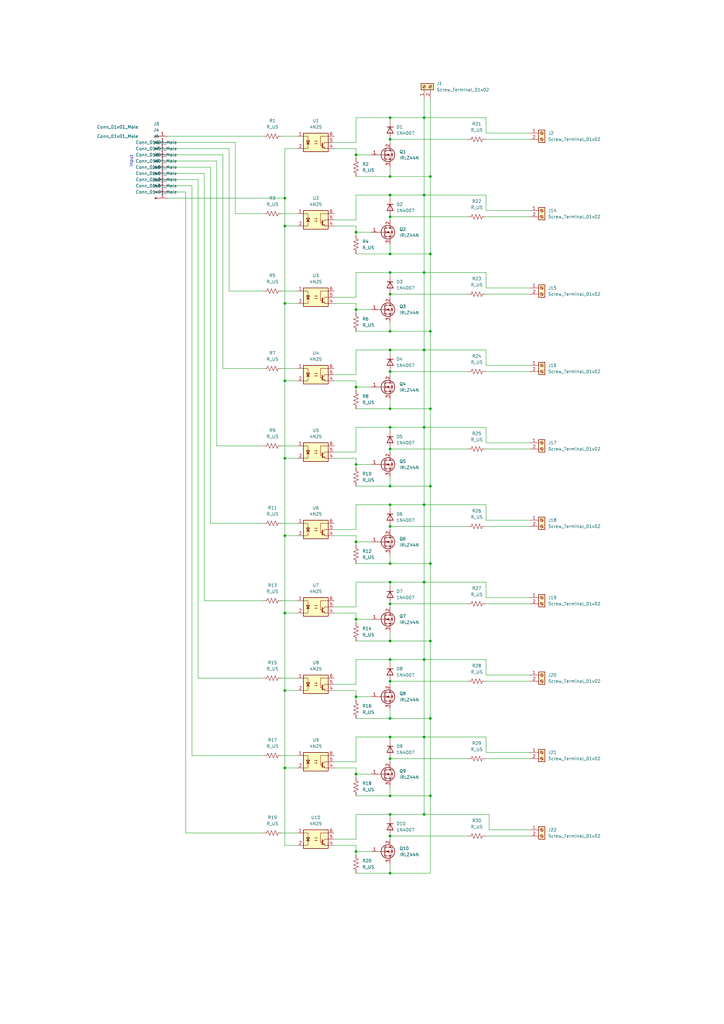
<source format=kicad_sch>
(kicad_sch (version 20211123) (generator eeschema)

  (uuid 3e4a02e2-a006-470e-8c92-2574f7f4226c)

  (paper "A3" portrait)

  (lib_symbols
    (symbol "Connector:Conn_01x01_Male" (pin_names (offset 1.016) hide) (in_bom yes) (on_board yes)
      (property "Reference" "J" (id 0) (at 0 2.54 0)
        (effects (font (size 1.27 1.27)))
      )
      (property "Value" "Conn_01x01_Male" (id 1) (at 0 -2.54 0)
        (effects (font (size 1.27 1.27)))
      )
      (property "Footprint" "" (id 2) (at 0 0 0)
        (effects (font (size 1.27 1.27)) hide)
      )
      (property "Datasheet" "~" (id 3) (at 0 0 0)
        (effects (font (size 1.27 1.27)) hide)
      )
      (property "ki_keywords" "connector" (id 4) (at 0 0 0)
        (effects (font (size 1.27 1.27)) hide)
      )
      (property "ki_description" "Generic connector, single row, 01x01, script generated (kicad-library-utils/schlib/autogen/connector/)" (id 5) (at 0 0 0)
        (effects (font (size 1.27 1.27)) hide)
      )
      (property "ki_fp_filters" "Connector*:*" (id 6) (at 0 0 0)
        (effects (font (size 1.27 1.27)) hide)
      )
      (symbol "Conn_01x01_Male_1_1"
        (polyline
          (pts
            (xy 1.27 0)
            (xy 0.8636 0)
          )
          (stroke (width 0.1524) (type default) (color 0 0 0 0))
          (fill (type none))
        )
        (rectangle (start 0.8636 0.127) (end 0 -0.127)
          (stroke (width 0.1524) (type default) (color 0 0 0 0))
          (fill (type outline))
        )
        (pin passive line (at 5.08 0 180) (length 3.81)
          (name "Pin_1" (effects (font (size 1.27 1.27))))
          (number "1" (effects (font (size 1.27 1.27))))
        )
      )
    )
    (symbol "Connector:Screw_Terminal_01x02" (pin_names (offset 1.016) hide) (in_bom yes) (on_board yes)
      (property "Reference" "J" (id 0) (at 0 2.54 0)
        (effects (font (size 1.27 1.27)))
      )
      (property "Value" "Screw_Terminal_01x02" (id 1) (at 0 -5.08 0)
        (effects (font (size 1.27 1.27)))
      )
      (property "Footprint" "" (id 2) (at 0 0 0)
        (effects (font (size 1.27 1.27)) hide)
      )
      (property "Datasheet" "~" (id 3) (at 0 0 0)
        (effects (font (size 1.27 1.27)) hide)
      )
      (property "ki_keywords" "screw terminal" (id 4) (at 0 0 0)
        (effects (font (size 1.27 1.27)) hide)
      )
      (property "ki_description" "Generic screw terminal, single row, 01x02, script generated (kicad-library-utils/schlib/autogen/connector/)" (id 5) (at 0 0 0)
        (effects (font (size 1.27 1.27)) hide)
      )
      (property "ki_fp_filters" "TerminalBlock*:*" (id 6) (at 0 0 0)
        (effects (font (size 1.27 1.27)) hide)
      )
      (symbol "Screw_Terminal_01x02_1_1"
        (rectangle (start -1.27 1.27) (end 1.27 -3.81)
          (stroke (width 0.254) (type default) (color 0 0 0 0))
          (fill (type background))
        )
        (circle (center 0 -2.54) (radius 0.635)
          (stroke (width 0.1524) (type default) (color 0 0 0 0))
          (fill (type none))
        )
        (polyline
          (pts
            (xy -0.5334 -2.2098)
            (xy 0.3302 -3.048)
          )
          (stroke (width 0.1524) (type default) (color 0 0 0 0))
          (fill (type none))
        )
        (polyline
          (pts
            (xy -0.5334 0.3302)
            (xy 0.3302 -0.508)
          )
          (stroke (width 0.1524) (type default) (color 0 0 0 0))
          (fill (type none))
        )
        (polyline
          (pts
            (xy -0.3556 -2.032)
            (xy 0.508 -2.8702)
          )
          (stroke (width 0.1524) (type default) (color 0 0 0 0))
          (fill (type none))
        )
        (polyline
          (pts
            (xy -0.3556 0.508)
            (xy 0.508 -0.3302)
          )
          (stroke (width 0.1524) (type default) (color 0 0 0 0))
          (fill (type none))
        )
        (circle (center 0 0) (radius 0.635)
          (stroke (width 0.1524) (type default) (color 0 0 0 0))
          (fill (type none))
        )
        (pin passive line (at -5.08 0 0) (length 3.81)
          (name "Pin_1" (effects (font (size 1.27 1.27))))
          (number "1" (effects (font (size 1.27 1.27))))
        )
        (pin passive line (at -5.08 -2.54 0) (length 3.81)
          (name "Pin_2" (effects (font (size 1.27 1.27))))
          (number "2" (effects (font (size 1.27 1.27))))
        )
      )
    )
    (symbol "Device:R_US" (pin_numbers hide) (pin_names (offset 0)) (in_bom yes) (on_board yes)
      (property "Reference" "R" (id 0) (at 2.54 0 90)
        (effects (font (size 1.27 1.27)))
      )
      (property "Value" "R_US" (id 1) (at -2.54 0 90)
        (effects (font (size 1.27 1.27)))
      )
      (property "Footprint" "" (id 2) (at 1.016 -0.254 90)
        (effects (font (size 1.27 1.27)) hide)
      )
      (property "Datasheet" "~" (id 3) (at 0 0 0)
        (effects (font (size 1.27 1.27)) hide)
      )
      (property "ki_keywords" "R res resistor" (id 4) (at 0 0 0)
        (effects (font (size 1.27 1.27)) hide)
      )
      (property "ki_description" "Resistor, US symbol" (id 5) (at 0 0 0)
        (effects (font (size 1.27 1.27)) hide)
      )
      (property "ki_fp_filters" "R_*" (id 6) (at 0 0 0)
        (effects (font (size 1.27 1.27)) hide)
      )
      (symbol "R_US_0_1"
        (polyline
          (pts
            (xy 0 -2.286)
            (xy 0 -2.54)
          )
          (stroke (width 0) (type default) (color 0 0 0 0))
          (fill (type none))
        )
        (polyline
          (pts
            (xy 0 2.286)
            (xy 0 2.54)
          )
          (stroke (width 0) (type default) (color 0 0 0 0))
          (fill (type none))
        )
        (polyline
          (pts
            (xy 0 -0.762)
            (xy 1.016 -1.143)
            (xy 0 -1.524)
            (xy -1.016 -1.905)
            (xy 0 -2.286)
          )
          (stroke (width 0) (type default) (color 0 0 0 0))
          (fill (type none))
        )
        (polyline
          (pts
            (xy 0 0.762)
            (xy 1.016 0.381)
            (xy 0 0)
            (xy -1.016 -0.381)
            (xy 0 -0.762)
          )
          (stroke (width 0) (type default) (color 0 0 0 0))
          (fill (type none))
        )
        (polyline
          (pts
            (xy 0 2.286)
            (xy 1.016 1.905)
            (xy 0 1.524)
            (xy -1.016 1.143)
            (xy 0 0.762)
          )
          (stroke (width 0) (type default) (color 0 0 0 0))
          (fill (type none))
        )
      )
      (symbol "R_US_1_1"
        (pin passive line (at 0 3.81 270) (length 1.27)
          (name "~" (effects (font (size 1.27 1.27))))
          (number "1" (effects (font (size 1.27 1.27))))
        )
        (pin passive line (at 0 -3.81 90) (length 1.27)
          (name "~" (effects (font (size 1.27 1.27))))
          (number "2" (effects (font (size 1.27 1.27))))
        )
      )
    )
    (symbol "Diode:1N4007" (pin_numbers hide) (pin_names hide) (in_bom yes) (on_board yes)
      (property "Reference" "D" (id 0) (at 0 2.54 0)
        (effects (font (size 1.27 1.27)))
      )
      (property "Value" "1N4007" (id 1) (at 0 -2.54 0)
        (effects (font (size 1.27 1.27)))
      )
      (property "Footprint" "Diode_THT:D_DO-41_SOD81_P10.16mm_Horizontal" (id 2) (at 0 -4.445 0)
        (effects (font (size 1.27 1.27)) hide)
      )
      (property "Datasheet" "http://www.vishay.com/docs/88503/1n4001.pdf" (id 3) (at 0 0 0)
        (effects (font (size 1.27 1.27)) hide)
      )
      (property "ki_keywords" "diode" (id 4) (at 0 0 0)
        (effects (font (size 1.27 1.27)) hide)
      )
      (property "ki_description" "1000V 1A General Purpose Rectifier Diode, DO-41" (id 5) (at 0 0 0)
        (effects (font (size 1.27 1.27)) hide)
      )
      (property "ki_fp_filters" "D*DO?41*" (id 6) (at 0 0 0)
        (effects (font (size 1.27 1.27)) hide)
      )
      (symbol "1N4007_0_1"
        (polyline
          (pts
            (xy -1.27 1.27)
            (xy -1.27 -1.27)
          )
          (stroke (width 0.254) (type default) (color 0 0 0 0))
          (fill (type none))
        )
        (polyline
          (pts
            (xy 1.27 0)
            (xy -1.27 0)
          )
          (stroke (width 0) (type default) (color 0 0 0 0))
          (fill (type none))
        )
        (polyline
          (pts
            (xy 1.27 1.27)
            (xy 1.27 -1.27)
            (xy -1.27 0)
            (xy 1.27 1.27)
          )
          (stroke (width 0.254) (type default) (color 0 0 0 0))
          (fill (type none))
        )
      )
      (symbol "1N4007_1_1"
        (pin passive line (at -3.81 0 0) (length 2.54)
          (name "K" (effects (font (size 1.27 1.27))))
          (number "1" (effects (font (size 1.27 1.27))))
        )
        (pin passive line (at 3.81 0 180) (length 2.54)
          (name "A" (effects (font (size 1.27 1.27))))
          (number "2" (effects (font (size 1.27 1.27))))
        )
      )
    )
    (symbol "Isolator:4N25" (pin_names (offset 1.016)) (in_bom yes) (on_board yes)
      (property "Reference" "U" (id 0) (at -5.08 5.08 0)
        (effects (font (size 1.27 1.27)) (justify left))
      )
      (property "Value" "4N25" (id 1) (at 0 5.08 0)
        (effects (font (size 1.27 1.27)) (justify left))
      )
      (property "Footprint" "Package_DIP:DIP-6_W7.62mm" (id 2) (at -5.08 -5.08 0)
        (effects (font (size 1.27 1.27) italic) (justify left) hide)
      )
      (property "Datasheet" "https://www.vishay.com/docs/83725/4n25.pdf" (id 3) (at 0 0 0)
        (effects (font (size 1.27 1.27)) (justify left) hide)
      )
      (property "ki_keywords" "NPN DC Optocoupler Base Connected" (id 4) (at 0 0 0)
        (effects (font (size 1.27 1.27)) hide)
      )
      (property "ki_description" "DC Optocoupler Base Connected, Vce 30V, CTR 20%, Viso 2500V, DIP6" (id 5) (at 0 0 0)
        (effects (font (size 1.27 1.27)) hide)
      )
      (property "ki_fp_filters" "DIP*W7.62mm*" (id 6) (at 0 0 0)
        (effects (font (size 1.27 1.27)) hide)
      )
      (symbol "4N25_0_1"
        (rectangle (start -5.08 3.81) (end 5.08 -3.81)
          (stroke (width 0.254) (type default) (color 0 0 0 0))
          (fill (type background))
        )
        (polyline
          (pts
            (xy -3.81 -0.635)
            (xy -2.54 -0.635)
          )
          (stroke (width 0.254) (type default) (color 0 0 0 0))
          (fill (type none))
        )
        (polyline
          (pts
            (xy 2.667 -1.397)
            (xy 3.81 -2.54)
          )
          (stroke (width 0) (type default) (color 0 0 0 0))
          (fill (type none))
        )
        (polyline
          (pts
            (xy 2.667 -1.143)
            (xy 3.81 0)
          )
          (stroke (width 0) (type default) (color 0 0 0 0))
          (fill (type none))
        )
        (polyline
          (pts
            (xy 3.81 -2.54)
            (xy 5.08 -2.54)
          )
          (stroke (width 0) (type default) (color 0 0 0 0))
          (fill (type none))
        )
        (polyline
          (pts
            (xy 3.81 0)
            (xy 5.08 0)
          )
          (stroke (width 0) (type default) (color 0 0 0 0))
          (fill (type none))
        )
        (polyline
          (pts
            (xy 2.667 -0.254)
            (xy 2.667 -2.286)
            (xy 2.667 -2.286)
          )
          (stroke (width 0.3556) (type default) (color 0 0 0 0))
          (fill (type none))
        )
        (polyline
          (pts
            (xy -5.08 -2.54)
            (xy -3.175 -2.54)
            (xy -3.175 2.54)
            (xy -5.08 2.54)
          )
          (stroke (width 0) (type default) (color 0 0 0 0))
          (fill (type none))
        )
        (polyline
          (pts
            (xy -3.175 -0.635)
            (xy -3.81 0.635)
            (xy -2.54 0.635)
            (xy -3.175 -0.635)
          )
          (stroke (width 0.254) (type default) (color 0 0 0 0))
          (fill (type none))
        )
        (polyline
          (pts
            (xy 3.683 -2.413)
            (xy 3.429 -1.905)
            (xy 3.175 -2.159)
            (xy 3.683 -2.413)
          )
          (stroke (width 0) (type default) (color 0 0 0 0))
          (fill (type none))
        )
        (polyline
          (pts
            (xy 5.08 2.54)
            (xy 1.905 2.54)
            (xy 1.905 -1.27)
            (xy 2.54 -1.27)
          )
          (stroke (width 0) (type default) (color 0 0 0 0))
          (fill (type none))
        )
        (polyline
          (pts
            (xy -0.635 -0.508)
            (xy 0.635 -0.508)
            (xy 0.254 -0.635)
            (xy 0.254 -0.381)
            (xy 0.635 -0.508)
          )
          (stroke (width 0) (type default) (color 0 0 0 0))
          (fill (type none))
        )
        (polyline
          (pts
            (xy -0.635 0.508)
            (xy 0.635 0.508)
            (xy 0.254 0.381)
            (xy 0.254 0.635)
            (xy 0.635 0.508)
          )
          (stroke (width 0) (type default) (color 0 0 0 0))
          (fill (type none))
        )
      )
      (symbol "4N25_1_1"
        (pin passive line (at -7.62 2.54 0) (length 2.54)
          (name "~" (effects (font (size 1.27 1.27))))
          (number "1" (effects (font (size 1.27 1.27))))
        )
        (pin passive line (at -7.62 -2.54 0) (length 2.54)
          (name "~" (effects (font (size 1.27 1.27))))
          (number "2" (effects (font (size 1.27 1.27))))
        )
        (pin no_connect line (at -5.08 0 0) (length 2.54) hide
          (name "NC" (effects (font (size 1.27 1.27))))
          (number "3" (effects (font (size 1.27 1.27))))
        )
        (pin passive line (at 7.62 -2.54 180) (length 2.54)
          (name "~" (effects (font (size 1.27 1.27))))
          (number "4" (effects (font (size 1.27 1.27))))
        )
        (pin passive line (at 7.62 0 180) (length 2.54)
          (name "~" (effects (font (size 1.27 1.27))))
          (number "5" (effects (font (size 1.27 1.27))))
        )
        (pin passive line (at 7.62 2.54 180) (length 2.54)
          (name "~" (effects (font (size 1.27 1.27))))
          (number "6" (effects (font (size 1.27 1.27))))
        )
      )
    )
    (symbol "Transistor_FET:IRLZ44N" (pin_names hide) (in_bom yes) (on_board yes)
      (property "Reference" "Q" (id 0) (at 6.35 1.905 0)
        (effects (font (size 1.27 1.27)) (justify left))
      )
      (property "Value" "IRLZ44N" (id 1) (at 6.35 0 0)
        (effects (font (size 1.27 1.27)) (justify left))
      )
      (property "Footprint" "Package_TO_SOT_THT:TO-220-3_Vertical" (id 2) (at 6.35 -1.905 0)
        (effects (font (size 1.27 1.27) italic) (justify left) hide)
      )
      (property "Datasheet" "http://www.irf.com/product-info/datasheets/data/irlz44n.pdf" (id 3) (at 0 0 0)
        (effects (font (size 1.27 1.27)) (justify left) hide)
      )
      (property "ki_keywords" "N-Channel HEXFET MOSFET Logic-Level" (id 4) (at 0 0 0)
        (effects (font (size 1.27 1.27)) hide)
      )
      (property "ki_description" "47A Id, 55V Vds, 22mOhm Rds Single N-Channel HEXFET Power MOSFET, TO-220AB" (id 5) (at 0 0 0)
        (effects (font (size 1.27 1.27)) hide)
      )
      (property "ki_fp_filters" "TO?220*" (id 6) (at 0 0 0)
        (effects (font (size 1.27 1.27)) hide)
      )
      (symbol "IRLZ44N_0_1"
        (polyline
          (pts
            (xy 0.254 0)
            (xy -2.54 0)
          )
          (stroke (width 0) (type default) (color 0 0 0 0))
          (fill (type none))
        )
        (polyline
          (pts
            (xy 0.254 1.905)
            (xy 0.254 -1.905)
          )
          (stroke (width 0.254) (type default) (color 0 0 0 0))
          (fill (type none))
        )
        (polyline
          (pts
            (xy 0.762 -1.27)
            (xy 0.762 -2.286)
          )
          (stroke (width 0.254) (type default) (color 0 0 0 0))
          (fill (type none))
        )
        (polyline
          (pts
            (xy 0.762 0.508)
            (xy 0.762 -0.508)
          )
          (stroke (width 0.254) (type default) (color 0 0 0 0))
          (fill (type none))
        )
        (polyline
          (pts
            (xy 0.762 2.286)
            (xy 0.762 1.27)
          )
          (stroke (width 0.254) (type default) (color 0 0 0 0))
          (fill (type none))
        )
        (polyline
          (pts
            (xy 2.54 2.54)
            (xy 2.54 1.778)
          )
          (stroke (width 0) (type default) (color 0 0 0 0))
          (fill (type none))
        )
        (polyline
          (pts
            (xy 2.54 -2.54)
            (xy 2.54 0)
            (xy 0.762 0)
          )
          (stroke (width 0) (type default) (color 0 0 0 0))
          (fill (type none))
        )
        (polyline
          (pts
            (xy 0.762 -1.778)
            (xy 3.302 -1.778)
            (xy 3.302 1.778)
            (xy 0.762 1.778)
          )
          (stroke (width 0) (type default) (color 0 0 0 0))
          (fill (type none))
        )
        (polyline
          (pts
            (xy 1.016 0)
            (xy 2.032 0.381)
            (xy 2.032 -0.381)
            (xy 1.016 0)
          )
          (stroke (width 0) (type default) (color 0 0 0 0))
          (fill (type outline))
        )
        (polyline
          (pts
            (xy 2.794 0.508)
            (xy 2.921 0.381)
            (xy 3.683 0.381)
            (xy 3.81 0.254)
          )
          (stroke (width 0) (type default) (color 0 0 0 0))
          (fill (type none))
        )
        (polyline
          (pts
            (xy 3.302 0.381)
            (xy 2.921 -0.254)
            (xy 3.683 -0.254)
            (xy 3.302 0.381)
          )
          (stroke (width 0) (type default) (color 0 0 0 0))
          (fill (type none))
        )
        (circle (center 1.651 0) (radius 2.794)
          (stroke (width 0.254) (type default) (color 0 0 0 0))
          (fill (type none))
        )
        (circle (center 2.54 -1.778) (radius 0.254)
          (stroke (width 0) (type default) (color 0 0 0 0))
          (fill (type outline))
        )
        (circle (center 2.54 1.778) (radius 0.254)
          (stroke (width 0) (type default) (color 0 0 0 0))
          (fill (type outline))
        )
      )
      (symbol "IRLZ44N_1_1"
        (pin input line (at -5.08 0 0) (length 2.54)
          (name "G" (effects (font (size 1.27 1.27))))
          (number "1" (effects (font (size 1.27 1.27))))
        )
        (pin passive line (at 2.54 5.08 270) (length 2.54)
          (name "D" (effects (font (size 1.27 1.27))))
          (number "2" (effects (font (size 1.27 1.27))))
        )
        (pin passive line (at 2.54 -5.08 90) (length 2.54)
          (name "S" (effects (font (size 1.27 1.27))))
          (number "3" (effects (font (size 1.27 1.27))))
        )
      )
    )
  )

  (junction (at 146.05 63.5) (diameter 0) (color 0 0 0 0)
    (uuid 00533873-0db1-4a94-b14c-a231d07411ff)
  )
  (junction (at 160.02 270.51) (diameter 0) (color 0 0 0 0)
    (uuid 08fc79db-64ba-4301-990e-703e89d2c0a0)
  )
  (junction (at 160.02 262.89) (diameter 0) (color 0 0 0 0)
    (uuid 11505e0f-ede4-4436-ae66-eb05fb619d5b)
  )
  (junction (at 173.99 175.26) (diameter 0) (color 0 0 0 0)
    (uuid 1501ea0d-8c61-4ee3-8e8c-661f04a3ba41)
  )
  (junction (at 176.53 199.39) (diameter 0) (color 0 0 0 0)
    (uuid 1d304f15-28a8-4d9c-8ae5-fe30d2f7c9db)
  )
  (junction (at 146.05 349.25) (diameter 0) (color 0 0 0 0)
    (uuid 21a9f7d6-cb37-4c00-a786-9b4643b07469)
  )
  (junction (at 160.02 326.39) (diameter 0) (color 0 0 0 0)
    (uuid 22efdbd7-7978-4b7c-9372-07accf27d575)
  )
  (junction (at 173.99 48.26) (diameter 0) (color 0 0 0 0)
    (uuid 24cbb505-6147-4e42-8927-bf4448af735f)
  )
  (junction (at 160.02 57.15) (diameter 0) (color 0 0 0 0)
    (uuid 250bf036-42e5-4c25-bdc8-5452583c2616)
  )
  (junction (at 160.02 175.26) (diameter 0) (color 0 0 0 0)
    (uuid 285be120-13b8-4153-b3f3-a648d4e284e6)
  )
  (junction (at 160.02 111.76) (diameter 0) (color 0 0 0 0)
    (uuid 388903de-2422-4903-8569-d68b70692b7b)
  )
  (junction (at 146.05 317.5) (diameter 0) (color 0 0 0 0)
    (uuid 3c95aa3d-9bc2-46f2-a12e-8dfe49bf8424)
  )
  (junction (at 176.53 72.39) (diameter 0) (color 0 0 0 0)
    (uuid 4501e0a9-692d-4ec2-a92b-077e479ce947)
  )
  (junction (at 176.53 262.89) (diameter 0) (color 0 0 0 0)
    (uuid 504d9a78-6714-4e84-bd7c-c49b306e0757)
  )
  (junction (at 160.02 247.65) (diameter 0) (color 0 0 0 0)
    (uuid 5422dbe2-1a95-4613-a840-e9e990702dda)
  )
  (junction (at 146.05 95.25) (diameter 0) (color 0 0 0 0)
    (uuid 580f9898-135c-4e1a-a518-87984c4e1fa6)
  )
  (junction (at 160.02 120.65) (diameter 0) (color 0 0 0 0)
    (uuid 58a4bb87-d92f-450a-bb28-138a00d01394)
  )
  (junction (at 160.02 311.15) (diameter 0) (color 0 0 0 0)
    (uuid 5be23258-53dc-4318-ac61-b4dfed981cb2)
  )
  (junction (at 146.05 158.75) (diameter 0) (color 0 0 0 0)
    (uuid 5c45c5cb-6c6f-4d14-86eb-8270f7e3153b)
  )
  (junction (at 160.02 231.14) (diameter 0) (color 0 0 0 0)
    (uuid 5e08aaa9-e44a-4af5-9c18-9a2dc8386208)
  )
  (junction (at 173.99 80.01) (diameter 0) (color 0 0 0 0)
    (uuid 6c82d923-09ed-4082-a318-0b73b9f30169)
  )
  (junction (at 116.84 124.46) (diameter 0) (color 0 0 0 0)
    (uuid 6d06eba3-8d6a-437b-8b8d-5d163a34f477)
  )
  (junction (at 160.02 215.9) (diameter 0) (color 0 0 0 0)
    (uuid 6f748f03-ade3-4a92-89e0-9c2c337af914)
  )
  (junction (at 146.05 222.25) (diameter 0) (color 0 0 0 0)
    (uuid 704ae450-8682-4449-8b2d-57821f5d3e6c)
  )
  (junction (at 176.53 326.39) (diameter 0) (color 0 0 0 0)
    (uuid 7da8d102-2555-4276-a785-047c9c20eb48)
  )
  (junction (at 173.99 238.76) (diameter 0) (color 0 0 0 0)
    (uuid 806640b3-263b-4e79-a881-a3ac9bcdec42)
  )
  (junction (at 173.99 143.51) (diameter 0) (color 0 0 0 0)
    (uuid 808ad1fe-ab6b-410e-8073-b885a72faa55)
  )
  (junction (at 173.99 207.01) (diameter 0) (color 0 0 0 0)
    (uuid 810c07e9-fec2-4daf-95df-1439be398d7c)
  )
  (junction (at 146.05 127) (diameter 0) (color 0 0 0 0)
    (uuid 84a6b014-5e4b-4f71-912f-586cd2ab73f1)
  )
  (junction (at 160.02 104.14) (diameter 0) (color 0 0 0 0)
    (uuid 88824a43-27ee-4b05-b119-9f3754c01380)
  )
  (junction (at 160.02 238.76) (diameter 0) (color 0 0 0 0)
    (uuid 92d8a5e7-74f3-4a41-a73a-0790d8e6cc3a)
  )
  (junction (at 160.02 294.64) (diameter 0) (color 0 0 0 0)
    (uuid 94eeba2d-0dd4-4ff4-9a3f-028d24f986f1)
  )
  (junction (at 146.05 190.5) (diameter 0) (color 0 0 0 0)
    (uuid 968eb73c-7452-4398-86a5-c6845ab645c8)
  )
  (junction (at 160.02 88.9) (diameter 0) (color 0 0 0 0)
    (uuid a14c457e-278a-43bb-ae3a-0ad6b8d888f4)
  )
  (junction (at 160.02 135.89) (diameter 0) (color 0 0 0 0)
    (uuid a1a9e4f6-51f0-452b-9634-a26414a6687b)
  )
  (junction (at 160.02 199.39) (diameter 0) (color 0 0 0 0)
    (uuid a34fa172-fc8b-46be-a929-409973c0039e)
  )
  (junction (at 160.02 342.9) (diameter 0) (color 0 0 0 0)
    (uuid a5b9bc3b-03d5-4e8d-95a5-a06361ccd7fc)
  )
  (junction (at 146.05 254) (diameter 0) (color 0 0 0 0)
    (uuid a7bc9790-0126-4569-8a5b-4aa12e6c626e)
  )
  (junction (at 160.02 167.64) (diameter 0) (color 0 0 0 0)
    (uuid a94b23de-abb9-4cea-863a-f8aa907f3ce9)
  )
  (junction (at 116.84 283.21) (diameter 0) (color 0 0 0 0)
    (uuid a9c31c92-12a9-47fd-9518-6a2d0e3bb3a3)
  )
  (junction (at 116.84 81.28) (diameter 0) (color 0 0 0 0)
    (uuid aba0125e-d0af-4ac8-ac71-3c06593543bb)
  )
  (junction (at 176.53 135.89) (diameter 0) (color 0 0 0 0)
    (uuid af658abf-3719-48ce-a015-1553df2bcd33)
  )
  (junction (at 176.53 294.64) (diameter 0) (color 0 0 0 0)
    (uuid b5ae8597-e3e2-4cc6-99d2-1627d4f311da)
  )
  (junction (at 160.02 72.39) (diameter 0) (color 0 0 0 0)
    (uuid b658ab46-dbf8-4323-9cfd-3dfeb1c6ac0f)
  )
  (junction (at 116.84 156.21) (diameter 0) (color 0 0 0 0)
    (uuid b65c6694-4d25-464a-b47d-d9327cea9b19)
  )
  (junction (at 116.84 219.71) (diameter 0) (color 0 0 0 0)
    (uuid ba3ff9c3-ad1b-49d8-bc2c-0f10c3392d1d)
  )
  (junction (at 116.84 251.46) (diameter 0) (color 0 0 0 0)
    (uuid bbb7a0ba-beed-4771-b90c-6a5afbecaa42)
  )
  (junction (at 116.84 92.71) (diameter 0) (color 0 0 0 0)
    (uuid bc6c5806-8abe-4990-bc94-375fd326278f)
  )
  (junction (at 116.84 187.96) (diameter 0) (color 0 0 0 0)
    (uuid bd7a4b8d-7840-4ef7-ba11-ca115ccac0d2)
  )
  (junction (at 160.02 184.15) (diameter 0) (color 0 0 0 0)
    (uuid c3965855-76d4-4c18-bab6-423537d2444c)
  )
  (junction (at 160.02 152.4) (diameter 0) (color 0 0 0 0)
    (uuid ca48a60a-df9f-4820-9c68-caa6e2b8a980)
  )
  (junction (at 160.02 80.01) (diameter 0) (color 0 0 0 0)
    (uuid cc64122a-1d14-4c77-8121-0ef8fee0d559)
  )
  (junction (at 160.02 143.51) (diameter 0) (color 0 0 0 0)
    (uuid db8eb4fc-26a1-4252-bc9e-0d3d2bbfdb6b)
  )
  (junction (at 173.99 302.26) (diameter 0) (color 0 0 0 0)
    (uuid dea978fd-402f-4617-827e-56c03d7982e3)
  )
  (junction (at 160.02 334.01) (diameter 0) (color 0 0 0 0)
    (uuid e2fe3860-4320-48f6-a9b5-69c94c6972e8)
  )
  (junction (at 160.02 207.01) (diameter 0) (color 0 0 0 0)
    (uuid e35a8b6f-b70c-4024-a13b-197d276dcb1f)
  )
  (junction (at 146.05 285.75) (diameter 0) (color 0 0 0 0)
    (uuid e3c7965e-239c-4291-9104-68c465a551b7)
  )
  (junction (at 160.02 279.4) (diameter 0) (color 0 0 0 0)
    (uuid eae5afd0-10f4-4661-aec7-a1a4ad07b958)
  )
  (junction (at 160.02 48.26) (diameter 0) (color 0 0 0 0)
    (uuid ee4c3028-f073-4a64-8ef6-7a6e258ca689)
  )
  (junction (at 173.99 334.01) (diameter 0) (color 0 0 0 0)
    (uuid ef080b71-6cd5-4ca3-b389-43dc43bd6b36)
  )
  (junction (at 160.02 302.26) (diameter 0) (color 0 0 0 0)
    (uuid f12e229f-f796-4917-bf8b-ce9491ce29bd)
  )
  (junction (at 176.53 104.14) (diameter 0) (color 0 0 0 0)
    (uuid f4034041-ac4d-4bd8-8f57-3397c66208bf)
  )
  (junction (at 116.84 314.96) (diameter 0) (color 0 0 0 0)
    (uuid f766c178-34bd-4917-9714-a21b4703730c)
  )
  (junction (at 173.99 270.51) (diameter 0) (color 0 0 0 0)
    (uuid f86e6244-8b75-4859-a482-d2f856c5fd6b)
  )
  (junction (at 176.53 231.14) (diameter 0) (color 0 0 0 0)
    (uuid fbb415cf-736a-4582-9550-91b133fb73b3)
  )
  (junction (at 160.02 358.14) (diameter 0) (color 0 0 0 0)
    (uuid fc528b17-2065-4b49-afd5-16dd725f7bff)
  )
  (junction (at 173.99 111.76) (diameter 0) (color 0 0 0 0)
    (uuid fd52d6f0-3b89-42bf-95e3-5e055ad6770c)
  )
  (junction (at 176.53 167.64) (diameter 0) (color 0 0 0 0)
    (uuid ffd7303b-e2eb-4dbb-8198-e23538f82c14)
  )

  (wire (pts (xy 137.16 156.21) (xy 146.05 156.21))
    (stroke (width 0) (type default) (color 0 0 0 0))
    (uuid 00a0867a-bd3b-45d9-9733-093e69443e6a)
  )
  (wire (pts (xy 146.05 80.01) (xy 146.05 90.17))
    (stroke (width 0) (type default) (color 0 0 0 0))
    (uuid 02cd7cc6-37e6-424b-9a10-a45793ca929d)
  )
  (wire (pts (xy 146.05 60.96) (xy 146.05 63.5))
    (stroke (width 0) (type default) (color 0 0 0 0))
    (uuid 03d87d35-8d5b-4158-ac52-b2da66e79394)
  )
  (wire (pts (xy 200.66 334.01) (xy 173.99 334.01))
    (stroke (width 0) (type default) (color 0 0 0 0))
    (uuid 03e2021c-0941-4b9a-9e4c-30dde8f5984b)
  )
  (wire (pts (xy 116.84 219.71) (xy 121.92 219.71))
    (stroke (width 0) (type default) (color 0 0 0 0))
    (uuid 050102ac-f9de-49b1-b33b-65185b3fd393)
  )
  (wire (pts (xy 76.2 78.74) (xy 76.2 341.63))
    (stroke (width 0) (type default) (color 0 0 0 0))
    (uuid 058ea8c6-aca6-467c-9dce-ef9fe5278539)
  )
  (wire (pts (xy 173.99 175.26) (xy 173.99 207.01))
    (stroke (width 0) (type default) (color 0 0 0 0))
    (uuid 0733be62-dc14-4120-8848-3b5cd4035da0)
  )
  (wire (pts (xy 146.05 124.46) (xy 146.05 127))
    (stroke (width 0) (type default) (color 0 0 0 0))
    (uuid 094f849e-9006-4b22-8ddb-1e4a17cd891e)
  )
  (wire (pts (xy 146.05 254) (xy 146.05 255.27))
    (stroke (width 0) (type default) (color 0 0 0 0))
    (uuid 0aa7e2fd-a785-4af7-b5f8-1a9e7af4ace6)
  )
  (wire (pts (xy 200.66 340.36) (xy 217.17 340.36))
    (stroke (width 0) (type default) (color 0 0 0 0))
    (uuid 0cbe44b7-2c83-4c99-854a-5115d73e417d)
  )
  (wire (pts (xy 199.39 149.86) (xy 199.39 143.51))
    (stroke (width 0) (type default) (color 0 0 0 0))
    (uuid 0ce1f827-feee-441e-a323-1ca0821d2d81)
  )
  (wire (pts (xy 160.02 311.15) (xy 160.02 312.42))
    (stroke (width 0) (type default) (color 0 0 0 0))
    (uuid 0ea71fe3-7830-4ceb-b732-a47d10c149aa)
  )
  (wire (pts (xy 176.53 72.39) (xy 176.53 104.14))
    (stroke (width 0) (type default) (color 0 0 0 0))
    (uuid 0f43e066-7ef3-446e-8802-7469663c2071)
  )
  (wire (pts (xy 160.02 238.76) (xy 160.02 240.03))
    (stroke (width 0) (type default) (color 0 0 0 0))
    (uuid 0fcc24cb-1406-4d42-b75c-2f3fe568f069)
  )
  (wire (pts (xy 160.02 354.33) (xy 160.02 358.14))
    (stroke (width 0) (type default) (color 0 0 0 0))
    (uuid 10d42eac-a9d1-4f38-8351-d38bd0691f9e)
  )
  (wire (pts (xy 116.84 60.96) (xy 121.92 60.96))
    (stroke (width 0) (type default) (color 0 0 0 0))
    (uuid 122e7055-4940-4ba2-a81c-a4206c83df03)
  )
  (wire (pts (xy 173.99 143.51) (xy 173.99 175.26))
    (stroke (width 0) (type default) (color 0 0 0 0))
    (uuid 12e716c9-a001-4b83-9641-1c690b6c7050)
  )
  (wire (pts (xy 146.05 334.01) (xy 160.02 334.01))
    (stroke (width 0) (type default) (color 0 0 0 0))
    (uuid 133f455e-0455-4d30-9a1e-79fe134e011f)
  )
  (wire (pts (xy 199.39 57.15) (xy 217.17 57.15))
    (stroke (width 0) (type default) (color 0 0 0 0))
    (uuid 148555c4-a49a-4481-8f3e-1f61e4b67b7a)
  )
  (wire (pts (xy 160.02 111.76) (xy 160.02 113.03))
    (stroke (width 0) (type default) (color 0 0 0 0))
    (uuid 14cbd641-ea8d-4e15-a1dd-a2a67cff5c91)
  )
  (wire (pts (xy 96.52 58.42) (xy 96.52 87.63))
    (stroke (width 0) (type default) (color 0 0 0 0))
    (uuid 150feb1b-0fa9-4960-a503-9bbc07ee87f8)
  )
  (wire (pts (xy 199.39 311.15) (xy 217.17 311.15))
    (stroke (width 0) (type default) (color 0 0 0 0))
    (uuid 16786a18-5963-4d0a-9907-63b9638dd062)
  )
  (wire (pts (xy 137.16 251.46) (xy 146.05 251.46))
    (stroke (width 0) (type default) (color 0 0 0 0))
    (uuid 16d21848-6167-4bca-af11-b430a7c9e07d)
  )
  (wire (pts (xy 115.57 278.13) (xy 121.92 278.13))
    (stroke (width 0) (type default) (color 0 0 0 0))
    (uuid 17bc8b12-4452-464e-a004-17133b9e9c42)
  )
  (wire (pts (xy 160.02 247.65) (xy 160.02 248.92))
    (stroke (width 0) (type default) (color 0 0 0 0))
    (uuid 189737e2-ea39-413d-b2d3-0a03944b5fca)
  )
  (wire (pts (xy 173.99 207.01) (xy 199.39 207.01))
    (stroke (width 0) (type default) (color 0 0 0 0))
    (uuid 18e5d15b-f60b-4931-83ff-d72969c97ea2)
  )
  (wire (pts (xy 217.17 213.36) (xy 199.39 213.36))
    (stroke (width 0) (type default) (color 0 0 0 0))
    (uuid 1924f12c-4556-43ac-92e4-aca3a8c4d423)
  )
  (wire (pts (xy 199.39 279.4) (xy 217.17 279.4))
    (stroke (width 0) (type default) (color 0 0 0 0))
    (uuid 1a5df003-bc3c-4005-8cfd-2b9004ea96f5)
  )
  (wire (pts (xy 160.02 326.39) (xy 176.53 326.39))
    (stroke (width 0) (type default) (color 0 0 0 0))
    (uuid 1bad2a37-ebd2-40dc-b105-f03b341eb9dc)
  )
  (wire (pts (xy 199.39 120.65) (xy 217.17 120.65))
    (stroke (width 0) (type default) (color 0 0 0 0))
    (uuid 1d156559-58ac-4d5d-b2e9-f64097731d10)
  )
  (wire (pts (xy 217.17 181.61) (xy 199.39 181.61))
    (stroke (width 0) (type default) (color 0 0 0 0))
    (uuid 1df7b90a-c571-4615-996d-62e519bbdfba)
  )
  (wire (pts (xy 160.02 227.33) (xy 160.02 231.14))
    (stroke (width 0) (type default) (color 0 0 0 0))
    (uuid 1f45cfe9-b1c9-4eb7-95ae-927d33e75f7e)
  )
  (wire (pts (xy 199.39 181.61) (xy 199.39 175.26))
    (stroke (width 0) (type default) (color 0 0 0 0))
    (uuid 20a1629e-96a5-459b-8007-0e59f9b579a9)
  )
  (wire (pts (xy 160.02 334.01) (xy 173.99 334.01))
    (stroke (width 0) (type default) (color 0 0 0 0))
    (uuid 20b01113-744d-4988-88b5-0f23a453c1c8)
  )
  (wire (pts (xy 137.16 219.71) (xy 146.05 219.71))
    (stroke (width 0) (type default) (color 0 0 0 0))
    (uuid 2287fcf7-13e1-460f-8668-3f1455042210)
  )
  (wire (pts (xy 86.36 214.63) (xy 107.95 214.63))
    (stroke (width 0) (type default) (color 0 0 0 0))
    (uuid 2387e66b-57b3-4023-8ba3-c790999eb987)
  )
  (wire (pts (xy 146.05 104.14) (xy 160.02 104.14))
    (stroke (width 0) (type default) (color 0 0 0 0))
    (uuid 24448577-137f-4579-8689-5dbbfc445ba4)
  )
  (wire (pts (xy 146.05 262.89) (xy 160.02 262.89))
    (stroke (width 0) (type default) (color 0 0 0 0))
    (uuid 245bdcac-3476-4aa1-8596-e2aaa0f203c4)
  )
  (wire (pts (xy 173.99 238.76) (xy 173.99 270.51))
    (stroke (width 0) (type default) (color 0 0 0 0))
    (uuid 24a08b3e-afd7-4ba7-9b80-a44474e41da4)
  )
  (wire (pts (xy 116.84 124.46) (xy 121.92 124.46))
    (stroke (width 0) (type default) (color 0 0 0 0))
    (uuid 25b73863-42a7-4a14-a310-3de865c432f5)
  )
  (wire (pts (xy 173.99 111.76) (xy 173.99 143.51))
    (stroke (width 0) (type default) (color 0 0 0 0))
    (uuid 26a8e68b-910b-4e1e-852d-f3f98035fd05)
  )
  (wire (pts (xy 146.05 175.26) (xy 160.02 175.26))
    (stroke (width 0) (type default) (color 0 0 0 0))
    (uuid 27704ae8-e3e6-463b-9fba-08a2345808db)
  )
  (wire (pts (xy 137.16 185.42) (xy 146.05 185.42))
    (stroke (width 0) (type default) (color 0 0 0 0))
    (uuid 27aca43f-f32e-44a2-acea-383b30b2a370)
  )
  (wire (pts (xy 115.57 309.88) (xy 121.92 309.88))
    (stroke (width 0) (type default) (color 0 0 0 0))
    (uuid 2978b2bb-029d-4014-bf19-fc3525e46b00)
  )
  (wire (pts (xy 160.02 231.14) (xy 176.53 231.14))
    (stroke (width 0) (type default) (color 0 0 0 0))
    (uuid 2ae25d1a-9e9f-4dae-8fc6-e25f58b79aa6)
  )
  (wire (pts (xy 146.05 48.26) (xy 146.05 58.42))
    (stroke (width 0) (type default) (color 0 0 0 0))
    (uuid 2bcb0fde-84c9-4af3-92ef-9e53105cb32f)
  )
  (wire (pts (xy 160.02 342.9) (xy 191.77 342.9))
    (stroke (width 0) (type default) (color 0 0 0 0))
    (uuid 2be1fb00-77f3-4d9f-afab-4eefece8ec12)
  )
  (wire (pts (xy 137.16 60.96) (xy 146.05 60.96))
    (stroke (width 0) (type default) (color 0 0 0 0))
    (uuid 2bec36c7-c631-480a-bc72-8dd460a84259)
  )
  (wire (pts (xy 68.58 55.88) (xy 107.95 55.88))
    (stroke (width 0) (type default) (color 0 0 0 0))
    (uuid 2d9762c9-51c8-45fd-afc3-c478990b945a)
  )
  (wire (pts (xy 146.05 346.71) (xy 146.05 349.25))
    (stroke (width 0) (type default) (color 0 0 0 0))
    (uuid 2e9e48e7-2bf7-4ed4-a736-ba2fd4c59ec7)
  )
  (wire (pts (xy 68.58 63.5) (xy 91.44 63.5))
    (stroke (width 0) (type default) (color 0 0 0 0))
    (uuid 301f970c-f532-4995-81b1-228ab62a860c)
  )
  (wire (pts (xy 160.02 259.08) (xy 160.02 262.89))
    (stroke (width 0) (type default) (color 0 0 0 0))
    (uuid 30fccbd5-85aa-46fd-8bf4-7a02448660de)
  )
  (wire (pts (xy 173.99 40.64) (xy 173.99 48.26))
    (stroke (width 0) (type default) (color 0 0 0 0))
    (uuid 31494c7a-c6e5-4278-8386-49073f290053)
  )
  (wire (pts (xy 137.16 314.96) (xy 146.05 314.96))
    (stroke (width 0) (type default) (color 0 0 0 0))
    (uuid 31b1dad6-a69d-410a-9dcd-2058a68f1170)
  )
  (wire (pts (xy 115.57 182.88) (xy 121.92 182.88))
    (stroke (width 0) (type default) (color 0 0 0 0))
    (uuid 31e1cd3e-ee0d-4b5d-aabf-93dc6bd2facf)
  )
  (wire (pts (xy 68.58 73.66) (xy 81.28 73.66))
    (stroke (width 0) (type default) (color 0 0 0 0))
    (uuid 31eb35ab-4647-40ee-90e4-bcf1fe88e498)
  )
  (wire (pts (xy 173.99 238.76) (xy 199.39 238.76))
    (stroke (width 0) (type default) (color 0 0 0 0))
    (uuid 32a82df6-9c09-4f3a-b23a-edadb88c2b9b)
  )
  (wire (pts (xy 217.17 149.86) (xy 199.39 149.86))
    (stroke (width 0) (type default) (color 0 0 0 0))
    (uuid 32c510b1-0485-493e-89ff-339b7827e17e)
  )
  (wire (pts (xy 160.02 120.65) (xy 191.77 120.65))
    (stroke (width 0) (type default) (color 0 0 0 0))
    (uuid 340870ee-46cf-4de3-99f6-fcf9ce681933)
  )
  (wire (pts (xy 160.02 358.14) (xy 176.53 358.14))
    (stroke (width 0) (type default) (color 0 0 0 0))
    (uuid 35669731-ff5c-4858-b91f-b93147ee587d)
  )
  (wire (pts (xy 137.16 283.21) (xy 146.05 283.21))
    (stroke (width 0) (type default) (color 0 0 0 0))
    (uuid 36721cac-e127-4697-8f89-c451f288c277)
  )
  (wire (pts (xy 199.39 215.9) (xy 217.17 215.9))
    (stroke (width 0) (type default) (color 0 0 0 0))
    (uuid 36ab5823-8551-4cad-8099-1235c9f7d741)
  )
  (wire (pts (xy 173.99 111.76) (xy 199.39 111.76))
    (stroke (width 0) (type default) (color 0 0 0 0))
    (uuid 36aba540-750d-410a-a0ad-a9e714501ddb)
  )
  (wire (pts (xy 160.02 163.83) (xy 160.02 167.64))
    (stroke (width 0) (type default) (color 0 0 0 0))
    (uuid 38f546a6-3afa-4d7b-8e31-70cbfa4c7697)
  )
  (wire (pts (xy 176.53 167.64) (xy 176.53 199.39))
    (stroke (width 0) (type default) (color 0 0 0 0))
    (uuid 391aefa3-c90e-4d7a-870f-5d8b1377f892)
  )
  (wire (pts (xy 146.05 270.51) (xy 160.02 270.51))
    (stroke (width 0) (type default) (color 0 0 0 0))
    (uuid 395b0317-dd86-4b0b-9e9c-6a94f2c596af)
  )
  (wire (pts (xy 160.02 270.51) (xy 160.02 271.78))
    (stroke (width 0) (type default) (color 0 0 0 0))
    (uuid 3a840d1a-9bd7-4b04-828d-ce91a64ca522)
  )
  (wire (pts (xy 116.84 283.21) (xy 116.84 314.96))
    (stroke (width 0) (type default) (color 0 0 0 0))
    (uuid 3bc657e9-5715-4397-86bd-625c50ec4d45)
  )
  (wire (pts (xy 96.52 87.63) (xy 107.95 87.63))
    (stroke (width 0) (type default) (color 0 0 0 0))
    (uuid 3bf666db-f17a-4187-a93a-7ef08c7b6520)
  )
  (wire (pts (xy 146.05 285.75) (xy 146.05 287.02))
    (stroke (width 0) (type default) (color 0 0 0 0))
    (uuid 3c424e3b-a6d2-4237-8a51-2e6e79121ba4)
  )
  (wire (pts (xy 146.05 317.5) (xy 152.4 317.5))
    (stroke (width 0) (type default) (color 0 0 0 0))
    (uuid 3cd39dfc-f718-4e1b-ba7f-7f6a8396b37d)
  )
  (wire (pts (xy 68.58 71.12) (xy 83.82 71.12))
    (stroke (width 0) (type default) (color 0 0 0 0))
    (uuid 3e19c747-3871-4c0d-abdf-2d424dc9e83a)
  )
  (wire (pts (xy 160.02 302.26) (xy 173.99 302.26))
    (stroke (width 0) (type default) (color 0 0 0 0))
    (uuid 3fb755c9-1332-45c2-acfb-7a33bbcebf8f)
  )
  (wire (pts (xy 137.16 312.42) (xy 146.05 312.42))
    (stroke (width 0) (type default) (color 0 0 0 0))
    (uuid 40ed55f2-75a9-498b-a164-e0aaa86589fd)
  )
  (wire (pts (xy 160.02 215.9) (xy 160.02 217.17))
    (stroke (width 0) (type default) (color 0 0 0 0))
    (uuid 41fd2381-4612-4f4b-9219-e5a0ced87f70)
  )
  (wire (pts (xy 160.02 48.26) (xy 173.99 48.26))
    (stroke (width 0) (type default) (color 0 0 0 0))
    (uuid 42727c2d-569b-4f56-9754-023029584930)
  )
  (wire (pts (xy 137.16 346.71) (xy 146.05 346.71))
    (stroke (width 0) (type default) (color 0 0 0 0))
    (uuid 42ea6678-434f-42aa-a07e-2f65802924c4)
  )
  (wire (pts (xy 146.05 349.25) (xy 152.4 349.25))
    (stroke (width 0) (type default) (color 0 0 0 0))
    (uuid 432f0efd-60bd-44c6-b034-9ac67f3e9f33)
  )
  (wire (pts (xy 160.02 120.65) (xy 160.02 121.92))
    (stroke (width 0) (type default) (color 0 0 0 0))
    (uuid 43c702e4-2dce-4f92-aca8-631ba7a4a4d7)
  )
  (wire (pts (xy 199.39 213.36) (xy 199.39 207.01))
    (stroke (width 0) (type default) (color 0 0 0 0))
    (uuid 445316bc-011a-4a61-8a2f-02d14ba7661e)
  )
  (wire (pts (xy 160.02 184.15) (xy 160.02 185.42))
    (stroke (width 0) (type default) (color 0 0 0 0))
    (uuid 453ea613-7ec5-4d1f-8640-e7ecb6cd2c80)
  )
  (wire (pts (xy 146.05 143.51) (xy 160.02 143.51))
    (stroke (width 0) (type default) (color 0 0 0 0))
    (uuid 45db80d3-d622-46fe-a86e-482987c40a8a)
  )
  (wire (pts (xy 68.58 76.2) (xy 78.74 76.2))
    (stroke (width 0) (type default) (color 0 0 0 0))
    (uuid 465090aa-4e7e-4e55-96b6-f9a8db9a1d5f)
  )
  (wire (pts (xy 146.05 317.5) (xy 146.05 318.77))
    (stroke (width 0) (type default) (color 0 0 0 0))
    (uuid 4694a4e3-c8f1-481f-b714-2232a05a94ea)
  )
  (wire (pts (xy 86.36 68.58) (xy 86.36 214.63))
    (stroke (width 0) (type default) (color 0 0 0 0))
    (uuid 47d8075d-1582-4bad-9a82-75b63b67ba88)
  )
  (wire (pts (xy 146.05 294.64) (xy 160.02 294.64))
    (stroke (width 0) (type default) (color 0 0 0 0))
    (uuid 47e3eef7-dfd2-41a6-a5ff-477e468332ae)
  )
  (wire (pts (xy 115.57 119.38) (xy 121.92 119.38))
    (stroke (width 0) (type default) (color 0 0 0 0))
    (uuid 49f7077d-a969-4f2b-b882-89725b28684f)
  )
  (wire (pts (xy 160.02 302.26) (xy 160.02 303.53))
    (stroke (width 0) (type default) (color 0 0 0 0))
    (uuid 4aa2d61d-7a0a-4dcf-b27b-c51491a28ace)
  )
  (wire (pts (xy 83.82 71.12) (xy 83.82 246.38))
    (stroke (width 0) (type default) (color 0 0 0 0))
    (uuid 4acdc8fa-e04c-44b0-98e1-14bd177cadf7)
  )
  (wire (pts (xy 160.02 80.01) (xy 173.99 80.01))
    (stroke (width 0) (type default) (color 0 0 0 0))
    (uuid 4b70d23d-0193-42b4-8389-569fbeaf8aac)
  )
  (wire (pts (xy 160.02 334.01) (xy 160.02 335.28))
    (stroke (width 0) (type default) (color 0 0 0 0))
    (uuid 5048ac79-4895-4350-8bd1-c6b0a57110a9)
  )
  (wire (pts (xy 199.39 247.65) (xy 217.17 247.65))
    (stroke (width 0) (type default) (color 0 0 0 0))
    (uuid 505fa070-0c8d-4b72-96eb-f6a9c64aaf6c)
  )
  (wire (pts (xy 173.99 143.51) (xy 199.39 143.51))
    (stroke (width 0) (type default) (color 0 0 0 0))
    (uuid 51bb595f-48ee-4e84-8448-a720acc55820)
  )
  (wire (pts (xy 68.58 58.42) (xy 96.52 58.42))
    (stroke (width 0) (type default) (color 0 0 0 0))
    (uuid 52b5a2c2-86af-45e7-a122-38dbd2446de8)
  )
  (wire (pts (xy 146.05 175.26) (xy 146.05 185.42))
    (stroke (width 0) (type default) (color 0 0 0 0))
    (uuid 54ea95e8-0a3f-48ad-a18b-939b3786ee62)
  )
  (wire (pts (xy 160.02 262.89) (xy 176.53 262.89))
    (stroke (width 0) (type default) (color 0 0 0 0))
    (uuid 5509d197-2921-4405-b17d-f09dcafa94fd)
  )
  (wire (pts (xy 116.84 314.96) (xy 121.92 314.96))
    (stroke (width 0) (type default) (color 0 0 0 0))
    (uuid 56473c6a-c348-4f4f-95c4-6eb7ec6b7c8c)
  )
  (wire (pts (xy 160.02 195.58) (xy 160.02 199.39))
    (stroke (width 0) (type default) (color 0 0 0 0))
    (uuid 56a94fa5-2c80-465c-b991-09d46dfef29d)
  )
  (wire (pts (xy 173.99 80.01) (xy 199.39 80.01))
    (stroke (width 0) (type default) (color 0 0 0 0))
    (uuid 57aaf303-0092-4669-a251-a423bd1ecff6)
  )
  (wire (pts (xy 115.57 87.63) (xy 121.92 87.63))
    (stroke (width 0) (type default) (color 0 0 0 0))
    (uuid 5a6f3bd0-98f6-497c-a1a2-2c7af2a96e5c)
  )
  (wire (pts (xy 146.05 127) (xy 146.05 128.27))
    (stroke (width 0) (type default) (color 0 0 0 0))
    (uuid 5cbce3dd-f897-41e4-ae36-fc1d33e862e3)
  )
  (wire (pts (xy 160.02 207.01) (xy 160.02 208.28))
    (stroke (width 0) (type default) (color 0 0 0 0))
    (uuid 5cde2c63-4c32-480c-a578-921d30574924)
  )
  (wire (pts (xy 137.16 90.17) (xy 146.05 90.17))
    (stroke (width 0) (type default) (color 0 0 0 0))
    (uuid 5df3578c-f216-4b52-9b52-89cab71b5ceb)
  )
  (wire (pts (xy 173.99 48.26) (xy 199.39 48.26))
    (stroke (width 0) (type default) (color 0 0 0 0))
    (uuid 5e168564-8f08-4bcc-9dd7-30ebe667aec0)
  )
  (wire (pts (xy 146.05 285.75) (xy 152.4 285.75))
    (stroke (width 0) (type default) (color 0 0 0 0))
    (uuid 5efe3cec-5838-465f-a24d-1f8b79978365)
  )
  (wire (pts (xy 146.05 314.96) (xy 146.05 317.5))
    (stroke (width 0) (type default) (color 0 0 0 0))
    (uuid 6129586c-d30d-4048-8924-8bbbd45d33b5)
  )
  (wire (pts (xy 137.16 58.42) (xy 146.05 58.42))
    (stroke (width 0) (type default) (color 0 0 0 0))
    (uuid 613b5854-5d51-4775-ac01-642235ce3449)
  )
  (wire (pts (xy 176.53 104.14) (xy 176.53 135.89))
    (stroke (width 0) (type default) (color 0 0 0 0))
    (uuid 62b5754e-c1ea-426e-a375-c523adf1aa56)
  )
  (wire (pts (xy 146.05 222.25) (xy 152.4 222.25))
    (stroke (width 0) (type default) (color 0 0 0 0))
    (uuid 637547a6-5bf8-4d69-87d0-7c6137842494)
  )
  (wire (pts (xy 199.39 175.26) (xy 173.99 175.26))
    (stroke (width 0) (type default) (color 0 0 0 0))
    (uuid 66a7a5a1-125b-462f-a836-cf05c77826d4)
  )
  (wire (pts (xy 160.02 100.33) (xy 160.02 104.14))
    (stroke (width 0) (type default) (color 0 0 0 0))
    (uuid 66a89fc5-5b9c-4dba-91a8-ae9bfe12d051)
  )
  (wire (pts (xy 160.02 311.15) (xy 191.77 311.15))
    (stroke (width 0) (type default) (color 0 0 0 0))
    (uuid 671cfb1d-2179-40fc-a96d-c79b20b9d4ae)
  )
  (wire (pts (xy 160.02 111.76) (xy 173.99 111.76))
    (stroke (width 0) (type default) (color 0 0 0 0))
    (uuid 68b156fc-ace3-4e66-aaa2-adfc1fae084c)
  )
  (wire (pts (xy 176.53 199.39) (xy 176.53 231.14))
    (stroke (width 0) (type default) (color 0 0 0 0))
    (uuid 69a44466-20a2-4a4b-a8a6-c7f354a41039)
  )
  (wire (pts (xy 146.05 158.75) (xy 152.4 158.75))
    (stroke (width 0) (type default) (color 0 0 0 0))
    (uuid 6a9d5c06-a017-4c51-af01-2a9223929c8b)
  )
  (wire (pts (xy 146.05 187.96) (xy 146.05 190.5))
    (stroke (width 0) (type default) (color 0 0 0 0))
    (uuid 6bb8a935-abd7-4ecb-9139-e1f5c4b5941b)
  )
  (wire (pts (xy 137.16 121.92) (xy 146.05 121.92))
    (stroke (width 0) (type default) (color 0 0 0 0))
    (uuid 6be0fa4a-6c2f-4d94-928d-1170ed27b21d)
  )
  (wire (pts (xy 160.02 135.89) (xy 176.53 135.89))
    (stroke (width 0) (type default) (color 0 0 0 0))
    (uuid 6c5465fc-d4f9-43fe-b499-4c45534b8737)
  )
  (wire (pts (xy 176.53 326.39) (xy 176.53 358.14))
    (stroke (width 0) (type default) (color 0 0 0 0))
    (uuid 6c78558f-1a4f-4365-96b3-0156859eeb5b)
  )
  (wire (pts (xy 176.53 262.89) (xy 176.53 294.64))
    (stroke (width 0) (type default) (color 0 0 0 0))
    (uuid 6d1dba80-297d-41be-af81-5911e11dd0f0)
  )
  (wire (pts (xy 68.58 68.58) (xy 86.36 68.58))
    (stroke (width 0) (type default) (color 0 0 0 0))
    (uuid 6ebf1e6c-114c-40ac-bd4c-177fc5424064)
  )
  (wire (pts (xy 160.02 199.39) (xy 176.53 199.39))
    (stroke (width 0) (type default) (color 0 0 0 0))
    (uuid 6f1a1f59-4c42-4077-b4a3-5ec802540518)
  )
  (wire (pts (xy 146.05 190.5) (xy 152.4 190.5))
    (stroke (width 0) (type default) (color 0 0 0 0))
    (uuid 6fe76006-0167-4692-ae88-27c61fce3d26)
  )
  (wire (pts (xy 146.05 334.01) (xy 146.05 344.17))
    (stroke (width 0) (type default) (color 0 0 0 0))
    (uuid 6fe901e2-f4e0-415f-920a-865b53fe3552)
  )
  (wire (pts (xy 116.84 219.71) (xy 116.84 251.46))
    (stroke (width 0) (type default) (color 0 0 0 0))
    (uuid 70953a05-85fa-46a2-af1a-991e4b4b3362)
  )
  (wire (pts (xy 173.99 80.01) (xy 173.99 111.76))
    (stroke (width 0) (type default) (color 0 0 0 0))
    (uuid 71969130-71a7-45bf-a43f-3be0acb74d98)
  )
  (wire (pts (xy 146.05 111.76) (xy 146.05 121.92))
    (stroke (width 0) (type default) (color 0 0 0 0))
    (uuid 727f123a-9e03-460f-81e3-3b741838fb21)
  )
  (wire (pts (xy 146.05 251.46) (xy 146.05 254))
    (stroke (width 0) (type default) (color 0 0 0 0))
    (uuid 74f80c71-9f7a-498a-9b33-64fc5b43e8cb)
  )
  (wire (pts (xy 116.84 251.46) (xy 121.92 251.46))
    (stroke (width 0) (type default) (color 0 0 0 0))
    (uuid 75ebd877-06b8-451c-968a-34fcb1730a23)
  )
  (wire (pts (xy 199.39 54.61) (xy 217.17 54.61))
    (stroke (width 0) (type default) (color 0 0 0 0))
    (uuid 783403e4-5454-4872-af67-555963fc0c42)
  )
  (wire (pts (xy 81.28 278.13) (xy 107.95 278.13))
    (stroke (width 0) (type default) (color 0 0 0 0))
    (uuid 78d91b93-2e13-4689-8055-96cc1ee747e6)
  )
  (wire (pts (xy 160.02 88.9) (xy 160.02 90.17))
    (stroke (width 0) (type default) (color 0 0 0 0))
    (uuid 79808c7e-8bba-4fab-9b1e-5ce872591dbd)
  )
  (wire (pts (xy 160.02 175.26) (xy 160.02 176.53))
    (stroke (width 0) (type default) (color 0 0 0 0))
    (uuid 7a15b562-fadf-4acb-9bb9-7864cd26c8fe)
  )
  (wire (pts (xy 160.02 175.26) (xy 173.99 175.26))
    (stroke (width 0) (type default) (color 0 0 0 0))
    (uuid 7a2d3796-cca0-4c82-820d-e678095d6e92)
  )
  (wire (pts (xy 91.44 63.5) (xy 91.44 151.13))
    (stroke (width 0) (type default) (color 0 0 0 0))
    (uuid 7d806f9f-7103-412d-9a06-49c3d113fc8d)
  )
  (wire (pts (xy 199.39 48.26) (xy 199.39 54.61))
    (stroke (width 0) (type default) (color 0 0 0 0))
    (uuid 7dc1eb6a-a0dd-48d6-97d8-c6de93bdf8d9)
  )
  (wire (pts (xy 173.99 302.26) (xy 173.99 334.01))
    (stroke (width 0) (type default) (color 0 0 0 0))
    (uuid 7e71eae9-efa1-4ad5-94f3-2f5d401f42ff)
  )
  (wire (pts (xy 146.05 254) (xy 152.4 254))
    (stroke (width 0) (type default) (color 0 0 0 0))
    (uuid 7f908382-cc4e-4964-a436-46c310709885)
  )
  (wire (pts (xy 88.9 182.88) (xy 107.95 182.88))
    (stroke (width 0) (type default) (color 0 0 0 0))
    (uuid 80688cb2-7539-4696-8db7-d13a2020d1e7)
  )
  (wire (pts (xy 146.05 127) (xy 152.4 127))
    (stroke (width 0) (type default) (color 0 0 0 0))
    (uuid 8077cbfd-76a3-49d8-a8bc-db9c4fe6535e)
  )
  (wire (pts (xy 160.02 290.83) (xy 160.02 294.64))
    (stroke (width 0) (type default) (color 0 0 0 0))
    (uuid 8158e048-8902-4a6a-bac3-76f9e74a27f2)
  )
  (wire (pts (xy 199.39 245.11) (xy 199.39 238.76))
    (stroke (width 0) (type default) (color 0 0 0 0))
    (uuid 826bdad5-826e-41d4-88bc-d1c397a037b0)
  )
  (wire (pts (xy 160.02 143.51) (xy 160.02 144.78))
    (stroke (width 0) (type default) (color 0 0 0 0))
    (uuid 85d650f5-9f5c-419d-858b-246527a7b942)
  )
  (wire (pts (xy 116.84 92.71) (xy 121.92 92.71))
    (stroke (width 0) (type default) (color 0 0 0 0))
    (uuid 85f1a45f-ba80-4f18-bb85-88796433b4ae)
  )
  (wire (pts (xy 160.02 68.58) (xy 160.02 72.39))
    (stroke (width 0) (type default) (color 0 0 0 0))
    (uuid 8844ac21-b451-4e97-89af-9724acd3e85b)
  )
  (wire (pts (xy 146.05 95.25) (xy 146.05 96.52))
    (stroke (width 0) (type default) (color 0 0 0 0))
    (uuid 8858e7b0-0681-42d2-8f21-404c2015b899)
  )
  (wire (pts (xy 146.05 199.39) (xy 160.02 199.39))
    (stroke (width 0) (type default) (color 0 0 0 0))
    (uuid 89423400-19d8-4f9f-8b56-5755eb1a0ca6)
  )
  (wire (pts (xy 115.57 55.88) (xy 121.92 55.88))
    (stroke (width 0) (type default) (color 0 0 0 0))
    (uuid 8c669b85-9d79-4e44-b2c3-495e5f2391ea)
  )
  (wire (pts (xy 176.53 135.89) (xy 176.53 167.64))
    (stroke (width 0) (type default) (color 0 0 0 0))
    (uuid 8de38a02-f713-4fd2-acf9-7ae07d076e44)
  )
  (wire (pts (xy 199.39 86.36) (xy 217.17 86.36))
    (stroke (width 0) (type default) (color 0 0 0 0))
    (uuid 8e504ee3-287c-4feb-8d14-c405ce38b5c0)
  )
  (wire (pts (xy 146.05 207.01) (xy 160.02 207.01))
    (stroke (width 0) (type default) (color 0 0 0 0))
    (uuid 8e52f5f7-6702-4974-8f77-e76bc1b2c66c)
  )
  (wire (pts (xy 137.16 153.67) (xy 146.05 153.67))
    (stroke (width 0) (type default) (color 0 0 0 0))
    (uuid 8f9bc7fc-27f5-4f66-a449-48203e0bb503)
  )
  (wire (pts (xy 160.02 270.51) (xy 173.99 270.51))
    (stroke (width 0) (type default) (color 0 0 0 0))
    (uuid 90618fc2-083e-4019-b410-800e47726489)
  )
  (wire (pts (xy 115.57 341.63) (xy 121.92 341.63))
    (stroke (width 0) (type default) (color 0 0 0 0))
    (uuid 90821bb5-e3de-4afe-aa32-50dd36b8ec4a)
  )
  (wire (pts (xy 160.02 48.26) (xy 160.02 49.53))
    (stroke (width 0) (type default) (color 0 0 0 0))
    (uuid 912e6070-8439-412c-a6f6-5bd1861f6f4e)
  )
  (wire (pts (xy 160.02 57.15) (xy 160.02 58.42))
    (stroke (width 0) (type default) (color 0 0 0 0))
    (uuid 928cc54f-3555-4240-8418-e4168be8d4ef)
  )
  (wire (pts (xy 160.02 342.9) (xy 160.02 344.17))
    (stroke (width 0) (type default) (color 0 0 0 0))
    (uuid 92b5e88e-a5a1-4a57-a7ab-a3520a5323e4)
  )
  (wire (pts (xy 199.39 152.4) (xy 217.17 152.4))
    (stroke (width 0) (type default) (color 0 0 0 0))
    (uuid 9691feec-e19e-4b67-a721-dea7f96686d6)
  )
  (wire (pts (xy 146.05 207.01) (xy 146.05 217.17))
    (stroke (width 0) (type default) (color 0 0 0 0))
    (uuid 9763900a-f896-424e-a188-336053b505c5)
  )
  (wire (pts (xy 160.02 322.58) (xy 160.02 326.39))
    (stroke (width 0) (type default) (color 0 0 0 0))
    (uuid 976f7781-08d7-4dc9-ab55-899550372e3f)
  )
  (wire (pts (xy 160.02 279.4) (xy 191.77 279.4))
    (stroke (width 0) (type default) (color 0 0 0 0))
    (uuid 981be981-09e0-4e81-8b98-6d761f0ed956)
  )
  (wire (pts (xy 146.05 238.76) (xy 160.02 238.76))
    (stroke (width 0) (type default) (color 0 0 0 0))
    (uuid 989cedfb-9443-4e82-8a45-0b8e6039f7d0)
  )
  (wire (pts (xy 199.39 276.86) (xy 199.39 270.51))
    (stroke (width 0) (type default) (color 0 0 0 0))
    (uuid 99541705-91f5-4f4c-92b6-90f4a3c093ec)
  )
  (wire (pts (xy 116.84 187.96) (xy 121.92 187.96))
    (stroke (width 0) (type default) (color 0 0 0 0))
    (uuid 99f35fe7-e82e-4650-9563-6156005df6be)
  )
  (wire (pts (xy 160.02 143.51) (xy 173.99 143.51))
    (stroke (width 0) (type default) (color 0 0 0 0))
    (uuid 9d38f61e-1c39-4cf9-8b36-ad58d274e1dc)
  )
  (wire (pts (xy 146.05 167.64) (xy 160.02 167.64))
    (stroke (width 0) (type default) (color 0 0 0 0))
    (uuid 9f78590a-84ae-4273-a590-e3de5ed40c28)
  )
  (wire (pts (xy 146.05 358.14) (xy 160.02 358.14))
    (stroke (width 0) (type default) (color 0 0 0 0))
    (uuid 9f7d69b5-9299-4154-8454-a5c988b4c95d)
  )
  (wire (pts (xy 146.05 72.39) (xy 160.02 72.39))
    (stroke (width 0) (type default) (color 0 0 0 0))
    (uuid a20989ba-d7c6-4efa-8ea5-38ddaed198a3)
  )
  (wire (pts (xy 173.99 302.26) (xy 199.39 302.26))
    (stroke (width 0) (type default) (color 0 0 0 0))
    (uuid a27a9283-fcae-4d26-9f35-1432b5295128)
  )
  (wire (pts (xy 199.39 184.15) (xy 217.17 184.15))
    (stroke (width 0) (type default) (color 0 0 0 0))
    (uuid a2a6dd8d-5bdb-48f6-a487-56e3fcc24771)
  )
  (wire (pts (xy 78.74 309.88) (xy 107.95 309.88))
    (stroke (width 0) (type default) (color 0 0 0 0))
    (uuid a3309499-65b3-4f31-b6e2-5b4532b0ff4e)
  )
  (wire (pts (xy 160.02 57.15) (xy 191.77 57.15))
    (stroke (width 0) (type default) (color 0 0 0 0))
    (uuid a4d4eabd-7f71-4fbd-9a15-5dea02951d1b)
  )
  (wire (pts (xy 146.05 111.76) (xy 160.02 111.76))
    (stroke (width 0) (type default) (color 0 0 0 0))
    (uuid a4f6c013-3170-4f3c-8d5b-332e41b4cae5)
  )
  (wire (pts (xy 93.98 60.96) (xy 93.98 119.38))
    (stroke (width 0) (type default) (color 0 0 0 0))
    (uuid a64d4781-61a5-4992-b65b-1f2db0d670bd)
  )
  (wire (pts (xy 68.58 81.28) (xy 116.84 81.28))
    (stroke (width 0) (type default) (color 0 0 0 0))
    (uuid a81ccf80-838b-4b0d-bf2c-6ab45c580834)
  )
  (wire (pts (xy 116.84 81.28) (xy 116.84 92.71))
    (stroke (width 0) (type default) (color 0 0 0 0))
    (uuid aa3167d2-2bd4-4723-8c11-c6e447050b45)
  )
  (wire (pts (xy 199.39 245.11) (xy 217.17 245.11))
    (stroke (width 0) (type default) (color 0 0 0 0))
    (uuid aa58351b-eda7-4a93-ad2b-d508dd92627f)
  )
  (wire (pts (xy 160.02 215.9) (xy 191.77 215.9))
    (stroke (width 0) (type default) (color 0 0 0 0))
    (uuid ab8c487a-8246-48f9-a3a2-def530015dad)
  )
  (wire (pts (xy 146.05 238.76) (xy 146.05 248.92))
    (stroke (width 0) (type default) (color 0 0 0 0))
    (uuid ac42dd1d-1866-4993-818b-6a038443bb29)
  )
  (wire (pts (xy 146.05 143.51) (xy 146.05 153.67))
    (stroke (width 0) (type default) (color 0 0 0 0))
    (uuid ad46b63b-eaac-4a9d-829f-fb3b84507d84)
  )
  (wire (pts (xy 146.05 95.25) (xy 152.4 95.25))
    (stroke (width 0) (type default) (color 0 0 0 0))
    (uuid b00a4e34-bbf5-4aee-999b-a87f040279f9)
  )
  (wire (pts (xy 93.98 119.38) (xy 107.95 119.38))
    (stroke (width 0) (type default) (color 0 0 0 0))
    (uuid b0bc6afe-13b9-4aab-ad75-25332ff2a013)
  )
  (wire (pts (xy 116.84 346.71) (xy 121.92 346.71))
    (stroke (width 0) (type default) (color 0 0 0 0))
    (uuid b166e5cd-3ebd-4abb-b2e1-6bd9d565a389)
  )
  (wire (pts (xy 116.84 283.21) (xy 121.92 283.21))
    (stroke (width 0) (type default) (color 0 0 0 0))
    (uuid b278a8de-1d3d-4d78-b81f-4d1ceb5e97a9)
  )
  (wire (pts (xy 68.58 60.96) (xy 93.98 60.96))
    (stroke (width 0) (type default) (color 0 0 0 0))
    (uuid b2dbf514-b8b0-4b31-bc89-fbe38617655f)
  )
  (wire (pts (xy 199.39 80.01) (xy 199.39 86.36))
    (stroke (width 0) (type default) (color 0 0 0 0))
    (uuid b4581f0f-563c-40b3-81cc-c894707bc513)
  )
  (wire (pts (xy 115.57 214.63) (xy 121.92 214.63))
    (stroke (width 0) (type default) (color 0 0 0 0))
    (uuid b5e72d50-a7bb-4e64-851b-1b7146174624)
  )
  (wire (pts (xy 76.2 341.63) (xy 107.95 341.63))
    (stroke (width 0) (type default) (color 0 0 0 0))
    (uuid b89abbb1-84fa-403d-b0b7-c5e718bbbe56)
  )
  (wire (pts (xy 146.05 302.26) (xy 160.02 302.26))
    (stroke (width 0) (type default) (color 0 0 0 0))
    (uuid bab1e368-c6c3-4dea-9eaa-ac2ee72c3188)
  )
  (wire (pts (xy 137.16 248.92) (xy 146.05 248.92))
    (stroke (width 0) (type default) (color 0 0 0 0))
    (uuid bad083c1-e71f-4f2a-ab45-103a9bf98325)
  )
  (wire (pts (xy 88.9 66.04) (xy 88.9 182.88))
    (stroke (width 0) (type default) (color 0 0 0 0))
    (uuid bba26f90-2645-40ce-86fe-d082af5c346d)
  )
  (wire (pts (xy 160.02 167.64) (xy 176.53 167.64))
    (stroke (width 0) (type default) (color 0 0 0 0))
    (uuid bbdc7cfc-6ce2-4c76-b298-ee9a649a033b)
  )
  (wire (pts (xy 146.05 219.71) (xy 146.05 222.25))
    (stroke (width 0) (type default) (color 0 0 0 0))
    (uuid beb898a3-891e-4a11-9f1c-6879d034fc87)
  )
  (wire (pts (xy 160.02 88.9) (xy 191.77 88.9))
    (stroke (width 0) (type default) (color 0 0 0 0))
    (uuid c16aefea-dcfc-4492-8187-fe02b540a845)
  )
  (wire (pts (xy 146.05 270.51) (xy 146.05 280.67))
    (stroke (width 0) (type default) (color 0 0 0 0))
    (uuid c1b9cf6b-62f6-4c02-81f8-71b1e74ab6e7)
  )
  (wire (pts (xy 146.05 80.01) (xy 160.02 80.01))
    (stroke (width 0) (type default) (color 0 0 0 0))
    (uuid c1e3ee86-1689-4e97-aaa2-4219833c9f41)
  )
  (wire (pts (xy 146.05 349.25) (xy 146.05 350.52))
    (stroke (width 0) (type default) (color 0 0 0 0))
    (uuid c4edf2ad-9280-45b3-8935-cd672c1fbaa2)
  )
  (wire (pts (xy 146.05 63.5) (xy 146.05 64.77))
    (stroke (width 0) (type default) (color 0 0 0 0))
    (uuid c571057e-a4e8-403e-a5ce-26d821f1cc12)
  )
  (wire (pts (xy 137.16 187.96) (xy 146.05 187.96))
    (stroke (width 0) (type default) (color 0 0 0 0))
    (uuid c6e73fe3-27cf-4fd5-9b12-7fba473c7ed3)
  )
  (wire (pts (xy 199.39 88.9) (xy 217.17 88.9))
    (stroke (width 0) (type default) (color 0 0 0 0))
    (uuid c700a15f-c3d3-4644-bac4-d8058fae2e67)
  )
  (wire (pts (xy 116.84 60.96) (xy 116.84 81.28))
    (stroke (width 0) (type default) (color 0 0 0 0))
    (uuid c7468028-d51a-4eec-9fa4-8c346dc4eff3)
  )
  (wire (pts (xy 68.58 78.74) (xy 76.2 78.74))
    (stroke (width 0) (type default) (color 0 0 0 0))
    (uuid c7c4ef40-0ab0-454f-a386-fcb1005ed85c)
  )
  (wire (pts (xy 68.58 66.04) (xy 88.9 66.04))
    (stroke (width 0) (type default) (color 0 0 0 0))
    (uuid cbff706f-0202-42f4-b635-be96bc3be8b6)
  )
  (wire (pts (xy 116.84 156.21) (xy 121.92 156.21))
    (stroke (width 0) (type default) (color 0 0 0 0))
    (uuid ccd2aa5e-c544-4f8f-9e85-d2ebbefe93b6)
  )
  (wire (pts (xy 160.02 104.14) (xy 176.53 104.14))
    (stroke (width 0) (type default) (color 0 0 0 0))
    (uuid cdb2fdc0-6267-46c8-9681-54ac916bb03a)
  )
  (wire (pts (xy 137.16 124.46) (xy 146.05 124.46))
    (stroke (width 0) (type default) (color 0 0 0 0))
    (uuid cde1e934-e373-458d-94fd-7700a766c960)
  )
  (wire (pts (xy 176.53 231.14) (xy 176.53 262.89))
    (stroke (width 0) (type default) (color 0 0 0 0))
    (uuid ce11f542-51c8-4aae-9afd-d6d4d9ad070c)
  )
  (wire (pts (xy 217.17 308.61) (xy 199.39 308.61))
    (stroke (width 0) (type default) (color 0 0 0 0))
    (uuid d1055442-d4f5-444b-bf02-9d4fb2b9c1a2)
  )
  (wire (pts (xy 83.82 246.38) (xy 107.95 246.38))
    (stroke (width 0) (type default) (color 0 0 0 0))
    (uuid d1134a7a-4bef-4355-a941-7de3fefc7ad3)
  )
  (wire (pts (xy 116.84 124.46) (xy 116.84 156.21))
    (stroke (width 0) (type default) (color 0 0 0 0))
    (uuid d1857c33-41c1-40a2-a6e1-ae8690f6b369)
  )
  (wire (pts (xy 146.05 48.26) (xy 160.02 48.26))
    (stroke (width 0) (type default) (color 0 0 0 0))
    (uuid d1be4251-1222-4512-8fd0-acc018ca9ddb)
  )
  (wire (pts (xy 137.16 217.17) (xy 146.05 217.17))
    (stroke (width 0) (type default) (color 0 0 0 0))
    (uuid d31d1d0c-0354-49b7-8002-c4b4c4949977)
  )
  (wire (pts (xy 146.05 302.26) (xy 146.05 312.42))
    (stroke (width 0) (type default) (color 0 0 0 0))
    (uuid d3a514fc-582e-4c45-87ba-7c175ae08fa9)
  )
  (wire (pts (xy 160.02 238.76) (xy 173.99 238.76))
    (stroke (width 0) (type default) (color 0 0 0 0))
    (uuid d3b3c4ad-6a28-4094-b8a3-e3ca4ded9e10)
  )
  (wire (pts (xy 116.84 92.71) (xy 116.84 124.46))
    (stroke (width 0) (type default) (color 0 0 0 0))
    (uuid d43e1a09-5aa9-4fe6-abcd-bc1154cc3a51)
  )
  (wire (pts (xy 146.05 326.39) (xy 160.02 326.39))
    (stroke (width 0) (type default) (color 0 0 0 0))
    (uuid d5a6443a-755f-48ff-a85c-f554e5a22673)
  )
  (wire (pts (xy 146.05 283.21) (xy 146.05 285.75))
    (stroke (width 0) (type default) (color 0 0 0 0))
    (uuid d7bc17e6-09c9-4f1d-af91-a10a2452cd0b)
  )
  (wire (pts (xy 116.84 314.96) (xy 116.84 346.71))
    (stroke (width 0) (type default) (color 0 0 0 0))
    (uuid d8c5631c-133b-41cc-b89c-f1f56332929b)
  )
  (wire (pts (xy 146.05 156.21) (xy 146.05 158.75))
    (stroke (width 0) (type default) (color 0 0 0 0))
    (uuid dbd7605e-0a0a-4300-9a91-b68bece86593)
  )
  (wire (pts (xy 176.53 40.64) (xy 176.53 72.39))
    (stroke (width 0) (type default) (color 0 0 0 0))
    (uuid dbda1ed5-9c1b-4edf-b928-c29d30eb4f79)
  )
  (wire (pts (xy 217.17 276.86) (xy 199.39 276.86))
    (stroke (width 0) (type default) (color 0 0 0 0))
    (uuid dc26c142-7613-48a5-b4f9-665101c4fe57)
  )
  (wire (pts (xy 173.99 207.01) (xy 173.99 238.76))
    (stroke (width 0) (type default) (color 0 0 0 0))
    (uuid de380f1b-926c-4680-a3e5-8091e2c42970)
  )
  (wire (pts (xy 137.16 344.17) (xy 146.05 344.17))
    (stroke (width 0) (type default) (color 0 0 0 0))
    (uuid deb2bef3-d08f-4960-95bc-9c123396c544)
  )
  (wire (pts (xy 137.16 280.67) (xy 146.05 280.67))
    (stroke (width 0) (type default) (color 0 0 0 0))
    (uuid e00317dd-6d5f-424d-919b-07f8c654fc50)
  )
  (wire (pts (xy 160.02 294.64) (xy 176.53 294.64))
    (stroke (width 0) (type default) (color 0 0 0 0))
    (uuid e00ea66d-a7b1-45d4-8f73-99f6c27a7962)
  )
  (wire (pts (xy 116.84 156.21) (xy 116.84 187.96))
    (stroke (width 0) (type default) (color 0 0 0 0))
    (uuid e0a3e2e1-16e7-425b-8f53-c332d2660b64)
  )
  (wire (pts (xy 160.02 152.4) (xy 191.77 152.4))
    (stroke (width 0) (type default) (color 0 0 0 0))
    (uuid e143a316-d089-4832-a41d-f6070e38ccf6)
  )
  (wire (pts (xy 146.05 190.5) (xy 146.05 191.77))
    (stroke (width 0) (type default) (color 0 0 0 0))
    (uuid e2277ff2-cedd-4f80-a6df-9f8dce75c326)
  )
  (wire (pts (xy 199.39 118.11) (xy 199.39 111.76))
    (stroke (width 0) (type default) (color 0 0 0 0))
    (uuid e25dffc3-0d86-4ba8-a52b-5f5d7d77f40b)
  )
  (wire (pts (xy 199.39 308.61) (xy 199.39 302.26))
    (stroke (width 0) (type default) (color 0 0 0 0))
    (uuid e2b7b5ca-2046-4cc8-bdd8-55b736a73d7d)
  )
  (wire (pts (xy 160.02 132.08) (xy 160.02 135.89))
    (stroke (width 0) (type default) (color 0 0 0 0))
    (uuid e44adc3e-5538-4138-a776-01aac0c51960)
  )
  (wire (pts (xy 78.74 76.2) (xy 78.74 309.88))
    (stroke (width 0) (type default) (color 0 0 0 0))
    (uuid e4a5bbb7-34db-470a-9b87-0598f4f69317)
  )
  (wire (pts (xy 160.02 152.4) (xy 160.02 153.67))
    (stroke (width 0) (type default) (color 0 0 0 0))
    (uuid e59f9046-ea0a-4442-a813-5983b4a6681e)
  )
  (wire (pts (xy 173.99 270.51) (xy 173.99 302.26))
    (stroke (width 0) (type default) (color 0 0 0 0))
    (uuid e61248f6-bcae-4512-a570-1dc7e878a7f0)
  )
  (wire (pts (xy 173.99 270.51) (xy 199.39 270.51))
    (stroke (width 0) (type default) (color 0 0 0 0))
    (uuid e6744184-975f-4f9d-ab0f-69d686304c19)
  )
  (wire (pts (xy 160.02 80.01) (xy 160.02 81.28))
    (stroke (width 0) (type default) (color 0 0 0 0))
    (uuid e72d48cb-206a-486a-8868-9e6ef64dc50d)
  )
  (wire (pts (xy 160.02 247.65) (xy 191.77 247.65))
    (stroke (width 0) (type default) (color 0 0 0 0))
    (uuid e7d0aab9-2c3b-499d-abeb-2b1c826e7531)
  )
  (wire (pts (xy 137.16 92.71) (xy 146.05 92.71))
    (stroke (width 0) (type default) (color 0 0 0 0))
    (uuid e7fbf99a-e772-478b-b98e-8a9438e8df1b)
  )
  (wire (pts (xy 116.84 251.46) (xy 116.84 283.21))
    (stroke (width 0) (type default) (color 0 0 0 0))
    (uuid e8a193c9-9689-4dfc-a1d9-c432aec3f1d9)
  )
  (wire (pts (xy 146.05 222.25) (xy 146.05 223.52))
    (stroke (width 0) (type default) (color 0 0 0 0))
    (uuid e8d7ccee-25b9-4459-881e-51d6b2d7b41d)
  )
  (wire (pts (xy 115.57 151.13) (xy 121.92 151.13))
    (stroke (width 0) (type default) (color 0 0 0 0))
    (uuid eb768448-42f0-452e-aad2-7618ada0e50e)
  )
  (wire (pts (xy 160.02 72.39) (xy 176.53 72.39))
    (stroke (width 0) (type default) (color 0 0 0 0))
    (uuid ebaf6583-e2ad-4f61-a952-d2a430e63651)
  )
  (wire (pts (xy 115.57 246.38) (xy 121.92 246.38))
    (stroke (width 0) (type default) (color 0 0 0 0))
    (uuid ee88c3ab-7738-465e-a040-72a2c11a5e2d)
  )
  (wire (pts (xy 160.02 207.01) (xy 173.99 207.01))
    (stroke (width 0) (type default) (color 0 0 0 0))
    (uuid f0c11f18-051f-4507-afb2-124ac68c4acb)
  )
  (wire (pts (xy 160.02 279.4) (xy 160.02 280.67))
    (stroke (width 0) (type default) (color 0 0 0 0))
    (uuid f14d6223-a46f-4aa8-8367-07f928c7a316)
  )
  (wire (pts (xy 81.28 73.66) (xy 81.28 278.13))
    (stroke (width 0) (type default) (color 0 0 0 0))
    (uuid f21722dc-c286-4837-9dd8-c19b34e13417)
  )
  (wire (pts (xy 146.05 135.89) (xy 160.02 135.89))
    (stroke (width 0) (type default) (color 0 0 0 0))
    (uuid f33e00c8-22aa-4faa-9bde-51ab91778810)
  )
  (wire (pts (xy 173.99 48.26) (xy 173.99 80.01))
    (stroke (width 0) (type default) (color 0 0 0 0))
    (uuid f54677a8-c32c-4088-b554-477ce0952461)
  )
  (wire (pts (xy 200.66 340.36) (xy 200.66 334.01))
    (stroke (width 0) (type default) (color 0 0 0 0))
    (uuid f6078131-ec70-421d-9c92-ccb0dbda8a5a)
  )
  (wire (pts (xy 217.17 118.11) (xy 199.39 118.11))
    (stroke (width 0) (type default) (color 0 0 0 0))
    (uuid f7406080-2066-469e-8dc6-f051a8acf78f)
  )
  (wire (pts (xy 160.02 184.15) (xy 191.77 184.15))
    (stroke (width 0) (type default) (color 0 0 0 0))
    (uuid f8600abf-b9af-4836-87de-adeb3e8c271f)
  )
  (wire (pts (xy 146.05 63.5) (xy 152.4 63.5))
    (stroke (width 0) (type default) (color 0 0 0 0))
    (uuid f89b2e0c-f9fe-4766-bea1-b0766b5dd582)
  )
  (wire (pts (xy 176.53 294.64) (xy 176.53 326.39))
    (stroke (width 0) (type default) (color 0 0 0 0))
    (uuid fbeac6fd-45e2-4af9-a066-cc1ecbee56ba)
  )
  (wire (pts (xy 199.39 342.9) (xy 217.17 342.9))
    (stroke (width 0) (type default) (color 0 0 0 0))
    (uuid fc5ba0f5-cdf6-461f-963e-d646bf82df12)
  )
  (wire (pts (xy 146.05 92.71) (xy 146.05 95.25))
    (stroke (width 0) (type default) (color 0 0 0 0))
    (uuid fca7a06f-a6c6-4fb0-9bf8-ddced58fb5e0)
  )
  (wire (pts (xy 116.84 187.96) (xy 116.84 219.71))
    (stroke (width 0) (type default) (color 0 0 0 0))
    (uuid fd0e95da-2d42-4fef-a218-8731938308c0)
  )
  (wire (pts (xy 146.05 158.75) (xy 146.05 160.02))
    (stroke (width 0) (type default) (color 0 0 0 0))
    (uuid fd6fe303-9884-43d9-88ef-16d2774dd60f)
  )
  (wire (pts (xy 146.05 231.14) (xy 160.02 231.14))
    (stroke (width 0) (type default) (color 0 0 0 0))
    (uuid fecb1a6f-6113-4667-8bef-73a6996ab461)
  )
  (wire (pts (xy 91.44 151.13) (xy 107.95 151.13))
    (stroke (width 0) (type default) (color 0 0 0 0))
    (uuid ffbe26ca-8ab9-4bbd-b4f9-aac061a51a1c)
  )

  (text "Input" (at 54.61 68.58 90)
    (effects (font (size 1.27 1.27)) (justify left bottom))
    (uuid bfff79b0-3749-4d00-9051-843f5cb9cfdc)
  )

  (symbol (lib_id "Isolator:4N25") (at 129.54 248.92 0) (unit 1)
    (in_bom yes) (on_board yes) (fields_autoplaced)
    (uuid 02b45395-cdde-420b-8481-f6b3a5b892d9)
    (property "Reference" "U7" (id 0) (at 129.54 240.03 0))
    (property "Value" "4N25" (id 1) (at 129.54 242.57 0))
    (property "Footprint" "Package_DIP:DIP-6_W7.62mm" (id 2) (at 124.46 254 0)
      (effects (font (size 1.27 1.27) italic) (justify left) hide)
    )
    (property "Datasheet" "https://www.vishay.com/docs/83725/4n25.pdf" (id 3) (at 129.54 248.92 0)
      (effects (font (size 1.27 1.27)) (justify left) hide)
    )
    (pin "1" (uuid 09c5b4fd-1aa7-4093-acf0-a6700a6deff1))
    (pin "2" (uuid 564e89c4-28e2-4b0b-83ab-6eabfaf823b4))
    (pin "3" (uuid 37a8e25e-0e74-4054-8f9f-71ce4366219c))
    (pin "4" (uuid 2f12edb5-79f7-470f-9424-774f622a5b01))
    (pin "5" (uuid b56f0dd4-3f7a-482b-9b9e-49f91b072c76))
    (pin "6" (uuid 030f0097-6677-4a0a-9355-fbb7603a1fbc))
  )

  (symbol (lib_id "Device:R_US") (at 111.76 246.38 90) (unit 1)
    (in_bom yes) (on_board yes) (fields_autoplaced)
    (uuid 04085ce4-7245-468d-916e-a50c4de8f5d2)
    (property "Reference" "R13" (id 0) (at 111.76 240.03 90))
    (property "Value" "R_US" (id 1) (at 111.76 242.57 90))
    (property "Footprint" "Resistor_THT:R_Axial_DIN0204_L3.6mm_D1.6mm_P7.62mm_Horizontal" (id 2) (at 112.014 245.364 90)
      (effects (font (size 1.27 1.27)) hide)
    )
    (property "Datasheet" "~" (id 3) (at 111.76 246.38 0)
      (effects (font (size 1.27 1.27)) hide)
    )
    (pin "1" (uuid a7c1f5db-f9b9-499e-aa4e-9a6bd69ea522))
    (pin "2" (uuid fffd46a7-f38a-4913-8fea-2e1881325a2d))
  )

  (symbol (lib_id "Isolator:4N25") (at 129.54 121.92 0) (unit 1)
    (in_bom yes) (on_board yes) (fields_autoplaced)
    (uuid 06c97760-b7ab-4b4b-a855-40f82d8eb971)
    (property "Reference" "U3" (id 0) (at 129.54 113.03 0))
    (property "Value" "4N25" (id 1) (at 129.54 115.57 0))
    (property "Footprint" "Package_DIP:DIP-6_W7.62mm" (id 2) (at 124.46 127 0)
      (effects (font (size 1.27 1.27) italic) (justify left) hide)
    )
    (property "Datasheet" "https://www.vishay.com/docs/83725/4n25.pdf" (id 3) (at 129.54 121.92 0)
      (effects (font (size 1.27 1.27)) (justify left) hide)
    )
    (pin "1" (uuid 3e6970e3-486c-4cca-ac8b-c51e5771343c))
    (pin "2" (uuid 7fcfed9c-87c0-4870-881b-48d6074d9a62))
    (pin "3" (uuid 6a565068-b2a6-4e5c-9e13-4a54e43145bf))
    (pin "4" (uuid 3284e79f-bc7a-4ba6-aedb-76a0c895d4f9))
    (pin "5" (uuid 233f1d2b-5ce3-4b89-b911-e3f88215feb7))
    (pin "6" (uuid 0926e1e6-d176-41b7-a3e5-bb48fa19eafa))
  )

  (symbol (lib_id "Device:R_US") (at 146.05 322.58 0) (unit 1)
    (in_bom yes) (on_board yes) (fields_autoplaced)
    (uuid 0a2be7cc-3883-494e-92bf-682256f66814)
    (property "Reference" "R18" (id 0) (at 148.59 321.3099 0)
      (effects (font (size 1.27 1.27)) (justify left))
    )
    (property "Value" "R_US" (id 1) (at 148.59 323.8499 0)
      (effects (font (size 1.27 1.27)) (justify left))
    )
    (property "Footprint" "Resistor_THT:R_Axial_DIN0204_L3.6mm_D1.6mm_P7.62mm_Horizontal" (id 2) (at 147.066 322.834 90)
      (effects (font (size 1.27 1.27)) hide)
    )
    (property "Datasheet" "~" (id 3) (at 146.05 322.58 0)
      (effects (font (size 1.27 1.27)) hide)
    )
    (pin "1" (uuid b0bbcc16-8453-4c2f-a68a-722a2fe8c533))
    (pin "2" (uuid 837ec207-e2b3-47b9-888d-f5a18010246f))
  )

  (symbol (lib_id "Isolator:4N25") (at 129.54 344.17 0) (unit 1)
    (in_bom yes) (on_board yes) (fields_autoplaced)
    (uuid 0b72142d-6b7e-41e8-b9b6-dcbf1b17448b)
    (property "Reference" "U10" (id 0) (at 129.54 335.28 0))
    (property "Value" "4N25" (id 1) (at 129.54 337.82 0))
    (property "Footprint" "Package_DIP:DIP-6_W7.62mm" (id 2) (at 124.46 349.25 0)
      (effects (font (size 1.27 1.27) italic) (justify left) hide)
    )
    (property "Datasheet" "https://www.vishay.com/docs/83725/4n25.pdf" (id 3) (at 129.54 344.17 0)
      (effects (font (size 1.27 1.27)) (justify left) hide)
    )
    (pin "1" (uuid e43bd8ae-7a14-4bf0-81fa-a168e5e569b1))
    (pin "2" (uuid 23aa38a5-5349-4817-bc72-d4483cebeefa))
    (pin "3" (uuid f5ed834b-8fb6-4bce-9efb-2b9f08b46a1e))
    (pin "4" (uuid 89d4662b-4be4-4587-b1fb-17cdeb7a918c))
    (pin "5" (uuid 42b6448e-272d-4211-bdf6-b317c8f8e6b0))
    (pin "6" (uuid 182a7ae0-8185-4ba7-995f-bcc49c539183))
  )

  (symbol (lib_id "Isolator:4N25") (at 129.54 312.42 0) (unit 1)
    (in_bom yes) (on_board yes) (fields_autoplaced)
    (uuid 0b9d9277-907b-4777-a644-2b0d02dd8e8b)
    (property "Reference" "U9" (id 0) (at 129.54 303.53 0))
    (property "Value" "4N25" (id 1) (at 129.54 306.07 0))
    (property "Footprint" "Package_DIP:DIP-6_W7.62mm" (id 2) (at 124.46 317.5 0)
      (effects (font (size 1.27 1.27) italic) (justify left) hide)
    )
    (property "Datasheet" "https://www.vishay.com/docs/83725/4n25.pdf" (id 3) (at 129.54 312.42 0)
      (effects (font (size 1.27 1.27)) (justify left) hide)
    )
    (pin "1" (uuid 16c8ec5f-bb7d-4187-ab95-147437b1a8cb))
    (pin "2" (uuid e2efaa34-618a-4392-aefc-f4689b35bc50))
    (pin "3" (uuid 3040024f-53d6-4a61-9d06-19d5647f2ef1))
    (pin "4" (uuid be0152ce-dc7f-48eb-aaec-dda95e607811))
    (pin "5" (uuid c8a33f5b-8e0d-4be3-ba7d-e6e32058579d))
    (pin "6" (uuid 9e921775-b1cb-4bb6-9979-0c834931b313))
  )

  (symbol (lib_id "Connector:Conn_01x01_Male") (at 63.5 55.88 0) (unit 1)
    (in_bom yes) (on_board yes)
    (uuid 0c45fda0-401c-41d8-8830-7eff86f07194)
    (property "Reference" "J3" (id 0) (at 64.135 50.8 0))
    (property "Value" "Conn_01x01_Male" (id 1) (at 48.26 52.07 0))
    (property "Footprint" "Connector_PinHeader_1.00mm:PinHeader_1x01_P1.00mm_Vertical" (id 2) (at 63.5 55.88 0)
      (effects (font (size 1.27 1.27)) hide)
    )
    (property "Datasheet" "~" (id 3) (at 63.5 55.88 0)
      (effects (font (size 1.27 1.27)) hide)
    )
    (pin "1" (uuid 00bf27db-4077-44cd-bfbe-19cbaf711c29))
  )

  (symbol (lib_id "Connector:Screw_Terminal_01x02") (at 222.25 118.11 0) (unit 1)
    (in_bom yes) (on_board yes) (fields_autoplaced)
    (uuid 0cfb2d11-fc6c-4da4-ab58-b4532c007ad4)
    (property "Reference" "J15" (id 0) (at 224.79 118.1099 0)
      (effects (font (size 1.27 1.27)) (justify left))
    )
    (property "Value" "Screw_Terminal_01x02" (id 1) (at 224.79 120.6499 0)
      (effects (font (size 1.27 1.27)) (justify left))
    )
    (property "Footprint" "TerminalBlock:TerminalBlock_bornier-2_P5.08mm" (id 2) (at 222.25 118.11 0)
      (effects (font (size 1.27 1.27)) hide)
    )
    (property "Datasheet" "~" (id 3) (at 222.25 118.11 0)
      (effects (font (size 1.27 1.27)) hide)
    )
    (pin "1" (uuid 18139606-7290-4a91-8a4f-5a085cadc243))
    (pin "2" (uuid 660158dc-55eb-4cfe-899b-cf93d2731889))
  )

  (symbol (lib_id "Connector:Conn_01x01_Male") (at 63.5 71.12 0) (unit 1)
    (in_bom yes) (on_board yes)
    (uuid 0fc7d15d-e283-4fec-b573-2e1c065faa87)
    (property "Reference" "J9" (id 0) (at 64.135 66.04 0))
    (property "Value" "Conn_01x01_Male" (id 1) (at 64.135 68.58 0))
    (property "Footprint" "Connector_PinHeader_1.00mm:PinHeader_1x01_P1.00mm_Vertical" (id 2) (at 63.5 71.12 0)
      (effects (font (size 1.27 1.27)) hide)
    )
    (property "Datasheet" "~" (id 3) (at 63.5 71.12 0)
      (effects (font (size 1.27 1.27)) hide)
    )
    (pin "1" (uuid c4897ee0-5aa6-40f1-872f-20594212b9dd))
  )

  (symbol (lib_id "Isolator:4N25") (at 129.54 185.42 0) (unit 1)
    (in_bom yes) (on_board yes) (fields_autoplaced)
    (uuid 1210d647-9bd0-442c-9dd9-d5fa079cbd95)
    (property "Reference" "U5" (id 0) (at 129.54 176.53 0))
    (property "Value" "4N25" (id 1) (at 129.54 179.07 0))
    (property "Footprint" "Package_DIP:DIP-6_W7.62mm" (id 2) (at 124.46 190.5 0)
      (effects (font (size 1.27 1.27) italic) (justify left) hide)
    )
    (property "Datasheet" "https://www.vishay.com/docs/83725/4n25.pdf" (id 3) (at 129.54 185.42 0)
      (effects (font (size 1.27 1.27)) (justify left) hide)
    )
    (pin "1" (uuid c8764e72-6d5f-4b08-a53b-9b8ea82e2c22))
    (pin "2" (uuid 3d0fb37c-48d3-4cb1-b8cf-257b0af19b42))
    (pin "3" (uuid 35f4f098-ee83-46cc-9058-0080cb4b293c))
    (pin "4" (uuid 26c7eac2-ea33-4cb9-9da2-fc681e26a260))
    (pin "5" (uuid 5e7de89c-df72-40a9-b5d7-6a745486a559))
    (pin "6" (uuid 2eeaae11-986e-44a0-beba-b5a91479c073))
  )

  (symbol (lib_id "Connector:Screw_Terminal_01x02") (at 222.25 54.61 0) (unit 1)
    (in_bom yes) (on_board yes) (fields_autoplaced)
    (uuid 14e9c694-9e92-4ab1-92dc-b5830c93c847)
    (property "Reference" "J2" (id 0) (at 224.79 54.6099 0)
      (effects (font (size 1.27 1.27)) (justify left))
    )
    (property "Value" "Screw_Terminal_01x02" (id 1) (at 224.79 57.1499 0)
      (effects (font (size 1.27 1.27)) (justify left))
    )
    (property "Footprint" "TerminalBlock:TerminalBlock_bornier-2_P5.08mm" (id 2) (at 222.25 54.61 0)
      (effects (font (size 1.27 1.27)) hide)
    )
    (property "Datasheet" "~" (id 3) (at 222.25 54.61 0)
      (effects (font (size 1.27 1.27)) hide)
    )
    (pin "1" (uuid 027f40d1-180e-481d-bc49-1c25fe728ec7))
    (pin "2" (uuid 227da356-6697-495c-9f62-a6e8edda2582))
  )

  (symbol (lib_id "Connector:Screw_Terminal_01x02") (at 222.25 181.61 0) (unit 1)
    (in_bom yes) (on_board yes) (fields_autoplaced)
    (uuid 16b40645-86c5-4bad-a5ff-c07942c5dcf0)
    (property "Reference" "J17" (id 0) (at 224.79 181.6099 0)
      (effects (font (size 1.27 1.27)) (justify left))
    )
    (property "Value" "Screw_Terminal_01x02" (id 1) (at 224.79 184.1499 0)
      (effects (font (size 1.27 1.27)) (justify left))
    )
    (property "Footprint" "TerminalBlock:TerminalBlock_bornier-2_P5.08mm" (id 2) (at 222.25 181.61 0)
      (effects (font (size 1.27 1.27)) hide)
    )
    (property "Datasheet" "~" (id 3) (at 222.25 181.61 0)
      (effects (font (size 1.27 1.27)) hide)
    )
    (pin "1" (uuid c53ff279-a39c-41dc-8905-895298c4aad0))
    (pin "2" (uuid 167529f9-f8f0-4cbe-bd5d-f6417f4a58d1))
  )

  (symbol (lib_id "Transistor_FET:IRLZ44N") (at 157.48 285.75 0) (unit 1)
    (in_bom yes) (on_board yes) (fields_autoplaced)
    (uuid 16db8bb2-5f92-4f19-8238-19be524a04ec)
    (property "Reference" "Q8" (id 0) (at 163.83 284.4799 0)
      (effects (font (size 1.27 1.27)) (justify left))
    )
    (property "Value" "IRLZ44N" (id 1) (at 163.83 287.0199 0)
      (effects (font (size 1.27 1.27)) (justify left))
    )
    (property "Footprint" "Package_TO_SOT_THT:TO-220-3_Vertical" (id 2) (at 163.83 287.655 0)
      (effects (font (size 1.27 1.27) italic) (justify left) hide)
    )
    (property "Datasheet" "http://www.irf.com/product-info/datasheets/data/irlz44n.pdf" (id 3) (at 157.48 285.75 0)
      (effects (font (size 1.27 1.27)) (justify left) hide)
    )
    (pin "1" (uuid 8b820c53-4198-4832-b7b7-27e070eeba8f))
    (pin "2" (uuid 0b325459-fbb3-4882-80b1-720a9fab59ce))
    (pin "3" (uuid 513dd169-7fff-42de-b46c-82ff86b16676))
  )

  (symbol (lib_id "Device:R_US") (at 146.05 290.83 0) (unit 1)
    (in_bom yes) (on_board yes) (fields_autoplaced)
    (uuid 1780aa2b-c02e-4adf-aa50-a7c5cede9d77)
    (property "Reference" "R16" (id 0) (at 148.59 289.5599 0)
      (effects (font (size 1.27 1.27)) (justify left))
    )
    (property "Value" "R_US" (id 1) (at 148.59 292.0999 0)
      (effects (font (size 1.27 1.27)) (justify left))
    )
    (property "Footprint" "Resistor_THT:R_Axial_DIN0204_L3.6mm_D1.6mm_P7.62mm_Horizontal" (id 2) (at 147.066 291.084 90)
      (effects (font (size 1.27 1.27)) hide)
    )
    (property "Datasheet" "~" (id 3) (at 146.05 290.83 0)
      (effects (font (size 1.27 1.27)) hide)
    )
    (pin "1" (uuid c8d506fc-2913-47a9-8b37-f993689618ca))
    (pin "2" (uuid c64c7e44-8904-432e-9881-99defd6a6805))
  )

  (symbol (lib_id "Connector:Conn_01x01_Male") (at 63.5 81.28 0) (unit 1)
    (in_bom yes) (on_board yes) (fields_autoplaced)
    (uuid 19f0782b-ff55-4e8d-bda7-cb1fa99e4320)
    (property "Reference" "J13" (id 0) (at 64.135 76.2 0))
    (property "Value" "Conn_01x01_Male" (id 1) (at 64.135 78.74 0))
    (property "Footprint" "Connector_PinHeader_1.00mm:PinHeader_1x01_P1.00mm_Vertical" (id 2) (at 63.5 81.28 0)
      (effects (font (size 1.27 1.27)) hide)
    )
    (property "Datasheet" "~" (id 3) (at 63.5 81.28 0)
      (effects (font (size 1.27 1.27)) hide)
    )
    (pin "1" (uuid a3a60f50-8615-4c9e-a6a3-9b275826eccd))
  )

  (symbol (lib_id "Device:R_US") (at 111.76 182.88 90) (unit 1)
    (in_bom yes) (on_board yes) (fields_autoplaced)
    (uuid 1cb30dfd-946f-42c6-a531-04ae2c2f75b9)
    (property "Reference" "R9" (id 0) (at 111.76 176.53 90))
    (property "Value" "R_US" (id 1) (at 111.76 179.07 90))
    (property "Footprint" "Resistor_THT:R_Axial_DIN0204_L3.6mm_D1.6mm_P7.62mm_Horizontal" (id 2) (at 112.014 181.864 90)
      (effects (font (size 1.27 1.27)) hide)
    )
    (property "Datasheet" "~" (id 3) (at 111.76 182.88 0)
      (effects (font (size 1.27 1.27)) hide)
    )
    (pin "1" (uuid 86c675be-f467-4512-b843-a4920b3d7d2d))
    (pin "2" (uuid 410e6fd0-3c29-47fa-811f-1c1b20275c8e))
  )

  (symbol (lib_id "Connector:Screw_Terminal_01x02") (at 222.25 86.36 0) (unit 1)
    (in_bom yes) (on_board yes) (fields_autoplaced)
    (uuid 2010e23e-9db4-4bd4-b5d2-08575f3dc5a1)
    (property "Reference" "J14" (id 0) (at 224.79 86.3599 0)
      (effects (font (size 1.27 1.27)) (justify left))
    )
    (property "Value" "Screw_Terminal_01x02" (id 1) (at 224.79 88.8999 0)
      (effects (font (size 1.27 1.27)) (justify left))
    )
    (property "Footprint" "TerminalBlock:TerminalBlock_bornier-2_P5.08mm" (id 2) (at 222.25 86.36 0)
      (effects (font (size 1.27 1.27)) hide)
    )
    (property "Datasheet" "~" (id 3) (at 222.25 86.36 0)
      (effects (font (size 1.27 1.27)) hide)
    )
    (pin "1" (uuid 6fb8f55b-fc28-4c10-bcbc-97e00cb2b7db))
    (pin "2" (uuid 4b1bc250-0328-43f1-aca4-d8f1bc53212b))
  )

  (symbol (lib_id "Device:R_US") (at 195.58 342.9 90) (unit 1)
    (in_bom yes) (on_board yes) (fields_autoplaced)
    (uuid 2914a3ec-fd94-4c25-8f63-450ce1bc165e)
    (property "Reference" "R30" (id 0) (at 195.58 336.55 90))
    (property "Value" "R_US" (id 1) (at 195.58 339.09 90))
    (property "Footprint" "Resistor_THT:R_Axial_DIN0207_L6.3mm_D2.5mm_P7.62mm_Horizontal" (id 2) (at 195.834 341.884 90)
      (effects (font (size 1.27 1.27)) hide)
    )
    (property "Datasheet" "~" (id 3) (at 195.58 342.9 0)
      (effects (font (size 1.27 1.27)) hide)
    )
    (pin "1" (uuid 589bf8d2-76d2-46b8-8fa0-3fcaba8699ea))
    (pin "2" (uuid bc024e65-8f22-42ed-ad1b-5c647cbf0436))
  )

  (symbol (lib_id "Connector:Conn_01x01_Male") (at 63.5 78.74 0) (unit 1)
    (in_bom yes) (on_board yes) (fields_autoplaced)
    (uuid 293ec34e-3064-4efa-9fae-d3fceae68974)
    (property "Reference" "J12" (id 0) (at 64.135 73.66 0))
    (property "Value" "Conn_01x01_Male" (id 1) (at 64.135 76.2 0))
    (property "Footprint" "Connector_PinHeader_1.00mm:PinHeader_1x01_P1.00mm_Vertical" (id 2) (at 63.5 78.74 0)
      (effects (font (size 1.27 1.27)) hide)
    )
    (property "Datasheet" "~" (id 3) (at 63.5 78.74 0)
      (effects (font (size 1.27 1.27)) hide)
    )
    (pin "1" (uuid e59974ad-c672-4f64-b77b-588f151f99cb))
  )

  (symbol (lib_id "Device:R_US") (at 146.05 163.83 0) (unit 1)
    (in_bom yes) (on_board yes) (fields_autoplaced)
    (uuid 2b62d778-451f-463f-8071-1d9da4627f40)
    (property "Reference" "R8" (id 0) (at 148.59 162.5599 0)
      (effects (font (size 1.27 1.27)) (justify left))
    )
    (property "Value" "R_US" (id 1) (at 148.59 165.0999 0)
      (effects (font (size 1.27 1.27)) (justify left))
    )
    (property "Footprint" "Resistor_THT:R_Axial_DIN0204_L3.6mm_D1.6mm_P7.62mm_Horizontal" (id 2) (at 147.066 164.084 90)
      (effects (font (size 1.27 1.27)) hide)
    )
    (property "Datasheet" "~" (id 3) (at 146.05 163.83 0)
      (effects (font (size 1.27 1.27)) hide)
    )
    (pin "1" (uuid bba92abc-9a1c-4bd5-8102-b929d4e61d66))
    (pin "2" (uuid 6b0bf93a-f9ca-44dc-af14-9ad57a282126))
  )

  (symbol (lib_id "Connector:Conn_01x01_Male") (at 63.5 58.42 0) (unit 1)
    (in_bom yes) (on_board yes)
    (uuid 2bb1809f-b5fe-4628-8263-56e41b3777cd)
    (property "Reference" "J4" (id 0) (at 64.135 53.34 0))
    (property "Value" "Conn_01x01_Male" (id 1) (at 48.26 55.88 0))
    (property "Footprint" "Connector_PinHeader_1.00mm:PinHeader_1x01_P1.00mm_Vertical" (id 2) (at 63.5 58.42 0)
      (effects (font (size 1.27 1.27)) hide)
    )
    (property "Datasheet" "~" (id 3) (at 63.5 58.42 0)
      (effects (font (size 1.27 1.27)) hide)
    )
    (pin "1" (uuid 04c56325-f220-460c-adcf-1baf4d4de1c0))
  )

  (symbol (lib_id "Device:R_US") (at 195.58 120.65 90) (unit 1)
    (in_bom yes) (on_board yes) (fields_autoplaced)
    (uuid 2d353588-e096-48ae-9dd2-0e45102313b8)
    (property "Reference" "R23" (id 0) (at 195.58 114.3 90))
    (property "Value" "R_US" (id 1) (at 195.58 116.84 90))
    (property "Footprint" "Resistor_THT:R_Axial_DIN0207_L6.3mm_D2.5mm_P7.62mm_Horizontal" (id 2) (at 195.834 119.634 90)
      (effects (font (size 1.27 1.27)) hide)
    )
    (property "Datasheet" "~" (id 3) (at 195.58 120.65 0)
      (effects (font (size 1.27 1.27)) hide)
    )
    (pin "1" (uuid 05ebb906-092a-4391-8e0b-8a0eac601a94))
    (pin "2" (uuid cdc86d1e-f79a-4af2-b37c-391731907735))
  )

  (symbol (lib_id "Device:R_US") (at 195.58 57.15 90) (unit 1)
    (in_bom yes) (on_board yes) (fields_autoplaced)
    (uuid 2d504a24-9ee6-4be3-a8a2-98703602b6f7)
    (property "Reference" "R21" (id 0) (at 195.58 50.8 90))
    (property "Value" "R_US" (id 1) (at 195.58 53.34 90))
    (property "Footprint" "Resistor_THT:R_Axial_DIN0207_L6.3mm_D2.5mm_P7.62mm_Horizontal" (id 2) (at 195.834 56.134 90)
      (effects (font (size 1.27 1.27)) hide)
    )
    (property "Datasheet" "~" (id 3) (at 195.58 57.15 0)
      (effects (font (size 1.27 1.27)) hide)
    )
    (pin "1" (uuid f5f87fff-7384-42ef-8fbc-7c4449559b4c))
    (pin "2" (uuid 59b03c3f-de34-42d9-8bdf-85393f5fd0cd))
  )

  (symbol (lib_id "Device:R_US") (at 146.05 132.08 0) (unit 1)
    (in_bom yes) (on_board yes) (fields_autoplaced)
    (uuid 31ee41be-e890-4b4c-b792-e08020dae1dc)
    (property "Reference" "R6" (id 0) (at 148.59 130.8099 0)
      (effects (font (size 1.27 1.27)) (justify left))
    )
    (property "Value" "R_US" (id 1) (at 148.59 133.3499 0)
      (effects (font (size 1.27 1.27)) (justify left))
    )
    (property "Footprint" "Resistor_THT:R_Axial_DIN0204_L3.6mm_D1.6mm_P7.62mm_Horizontal" (id 2) (at 147.066 132.334 90)
      (effects (font (size 1.27 1.27)) hide)
    )
    (property "Datasheet" "~" (id 3) (at 146.05 132.08 0)
      (effects (font (size 1.27 1.27)) hide)
    )
    (pin "1" (uuid 943bcc65-9436-4b83-b006-d17c76acf6f2))
    (pin "2" (uuid 239579c5-122e-425d-916c-ef1b23c0f486))
  )

  (symbol (lib_id "Device:R_US") (at 195.58 215.9 90) (unit 1)
    (in_bom yes) (on_board yes) (fields_autoplaced)
    (uuid 32c1d1c7-e3ab-403c-9bdf-ef11605ef6f9)
    (property "Reference" "R26" (id 0) (at 195.58 209.55 90))
    (property "Value" "R_US" (id 1) (at 195.58 212.09 90))
    (property "Footprint" "Resistor_THT:R_Axial_DIN0207_L6.3mm_D2.5mm_P7.62mm_Horizontal" (id 2) (at 195.834 214.884 90)
      (effects (font (size 1.27 1.27)) hide)
    )
    (property "Datasheet" "~" (id 3) (at 195.58 215.9 0)
      (effects (font (size 1.27 1.27)) hide)
    )
    (pin "1" (uuid e04fffbc-6c04-42b6-9eac-f2730f749e7e))
    (pin "2" (uuid 7c30963b-191f-43b4-ba96-ec40edd5682a))
  )

  (symbol (lib_id "Diode:1N4007") (at 160.02 85.09 270) (unit 1)
    (in_bom yes) (on_board yes) (fields_autoplaced)
    (uuid 35c52e4c-03e9-426e-a863-93f3630dd383)
    (property "Reference" "D2" (id 0) (at 162.56 83.8199 90)
      (effects (font (size 1.27 1.27)) (justify left))
    )
    (property "Value" "1N4007" (id 1) (at 162.56 86.3599 90)
      (effects (font (size 1.27 1.27)) (justify left))
    )
    (property "Footprint" "Diode_THT:D_DO-41_SOD81_P10.16mm_Horizontal" (id 2) (at 155.575 85.09 0)
      (effects (font (size 1.27 1.27)) hide)
    )
    (property "Datasheet" "http://www.vishay.com/docs/88503/1n4001.pdf" (id 3) (at 160.02 85.09 0)
      (effects (font (size 1.27 1.27)) hide)
    )
    (pin "1" (uuid e77972a0-7fd5-4de3-bc79-aef873d39835))
    (pin "2" (uuid a2131c2f-c129-4f15-ae6b-92dc6d326be2))
  )

  (symbol (lib_id "Device:R_US") (at 111.76 278.13 90) (unit 1)
    (in_bom yes) (on_board yes) (fields_autoplaced)
    (uuid 3a309498-8f11-4111-8293-0dd0b8cb682d)
    (property "Reference" "R15" (id 0) (at 111.76 271.78 90))
    (property "Value" "R_US" (id 1) (at 111.76 274.32 90))
    (property "Footprint" "Resistor_THT:R_Axial_DIN0204_L3.6mm_D1.6mm_P7.62mm_Horizontal" (id 2) (at 112.014 277.114 90)
      (effects (font (size 1.27 1.27)) hide)
    )
    (property "Datasheet" "~" (id 3) (at 111.76 278.13 0)
      (effects (font (size 1.27 1.27)) hide)
    )
    (pin "1" (uuid c5114e84-fd6f-43d7-8d91-933ffe458341))
    (pin "2" (uuid 637f5430-060f-4144-a89d-46b0e358c98a))
  )

  (symbol (lib_id "Diode:1N4007") (at 160.02 116.84 270) (unit 1)
    (in_bom yes) (on_board yes) (fields_autoplaced)
    (uuid 3c0eeaca-6233-44d4-8027-b7856840a932)
    (property "Reference" "D3" (id 0) (at 162.56 115.5699 90)
      (effects (font (size 1.27 1.27)) (justify left))
    )
    (property "Value" "1N4007" (id 1) (at 162.56 118.1099 90)
      (effects (font (size 1.27 1.27)) (justify left))
    )
    (property "Footprint" "Diode_THT:D_DO-41_SOD81_P10.16mm_Horizontal" (id 2) (at 155.575 116.84 0)
      (effects (font (size 1.27 1.27)) hide)
    )
    (property "Datasheet" "http://www.vishay.com/docs/88503/1n4001.pdf" (id 3) (at 160.02 116.84 0)
      (effects (font (size 1.27 1.27)) hide)
    )
    (pin "1" (uuid 0038d5ee-5f24-4ea0-9725-68e57dea2d8d))
    (pin "2" (uuid 8948539c-22d2-449a-aaec-23c09b6fcd20))
  )

  (symbol (lib_id "Connector:Screw_Terminal_01x02") (at 222.25 276.86 0) (unit 1)
    (in_bom yes) (on_board yes) (fields_autoplaced)
    (uuid 3ef4c486-2c8a-42b3-bc79-c8c05ac89493)
    (property "Reference" "J20" (id 0) (at 224.79 276.8599 0)
      (effects (font (size 1.27 1.27)) (justify left))
    )
    (property "Value" "Screw_Terminal_01x02" (id 1) (at 224.79 279.3999 0)
      (effects (font (size 1.27 1.27)) (justify left))
    )
    (property "Footprint" "TerminalBlock:TerminalBlock_bornier-2_P5.08mm" (id 2) (at 222.25 276.86 0)
      (effects (font (size 1.27 1.27)) hide)
    )
    (property "Datasheet" "~" (id 3) (at 222.25 276.86 0)
      (effects (font (size 1.27 1.27)) hide)
    )
    (pin "1" (uuid ead16a13-f2a9-4c5a-8165-42ba0a9c5558))
    (pin "2" (uuid ad99c25e-affe-4c96-bf43-48aa758bf36f))
  )

  (symbol (lib_id "Connector:Conn_01x01_Male") (at 63.5 73.66 0) (unit 1)
    (in_bom yes) (on_board yes)
    (uuid 44ad08c0-f7d5-4b4a-a980-490a833382f4)
    (property "Reference" "J10" (id 0) (at 64.135 68.58 0))
    (property "Value" "Conn_01x01_Male" (id 1) (at 64.135 71.12 0))
    (property "Footprint" "Connector_PinHeader_1.00mm:PinHeader_1x01_P1.00mm_Vertical" (id 2) (at 63.5 73.66 0)
      (effects (font (size 1.27 1.27)) hide)
    )
    (property "Datasheet" "~" (id 3) (at 63.5 73.66 0)
      (effects (font (size 1.27 1.27)) hide)
    )
    (pin "1" (uuid 687f12a9-f7c1-4082-988b-5f3799a37f61))
  )

  (symbol (lib_id "Connector:Screw_Terminal_01x02") (at 173.99 35.56 90) (unit 1)
    (in_bom yes) (on_board yes) (fields_autoplaced)
    (uuid 44ee12fc-81b1-4369-ab4b-59a048f30564)
    (property "Reference" "J1" (id 0) (at 179.07 34.2899 90)
      (effects (font (size 1.27 1.27)) (justify right))
    )
    (property "Value" "Screw_Terminal_01x02" (id 1) (at 179.07 36.8299 90)
      (effects (font (size 1.27 1.27)) (justify right))
    )
    (property "Footprint" "TerminalBlock:TerminalBlock_bornier-2_P5.08mm" (id 2) (at 173.99 35.56 0)
      (effects (font (size 1.27 1.27)) hide)
    )
    (property "Datasheet" "~" (id 3) (at 173.99 35.56 0)
      (effects (font (size 1.27 1.27)) hide)
    )
    (pin "1" (uuid a7059065-7286-4a37-8d5e-e51c135e644f))
    (pin "2" (uuid 16971da8-c8fb-4759-ae5b-3941f56606b3))
  )

  (symbol (lib_id "Connector:Screw_Terminal_01x02") (at 222.25 340.36 0) (unit 1)
    (in_bom yes) (on_board yes) (fields_autoplaced)
    (uuid 490e6ffd-13d7-41af-bd9f-e7a36400cbfb)
    (property "Reference" "J22" (id 0) (at 224.79 340.3599 0)
      (effects (font (size 1.27 1.27)) (justify left))
    )
    (property "Value" "Screw_Terminal_01x02" (id 1) (at 224.79 342.8999 0)
      (effects (font (size 1.27 1.27)) (justify left))
    )
    (property "Footprint" "TerminalBlock:TerminalBlock_bornier-2_P5.08mm" (id 2) (at 222.25 340.36 0)
      (effects (font (size 1.27 1.27)) hide)
    )
    (property "Datasheet" "~" (id 3) (at 222.25 340.36 0)
      (effects (font (size 1.27 1.27)) hide)
    )
    (pin "1" (uuid b6c26241-c0ec-4d42-8706-c3c2d1fe6e27))
    (pin "2" (uuid 1bff2ce8-4c27-4cc5-9eda-1bd1433415f6))
  )

  (symbol (lib_id "Transistor_FET:IRLZ44N") (at 157.48 317.5 0) (unit 1)
    (in_bom yes) (on_board yes) (fields_autoplaced)
    (uuid 49856a88-3730-4bb9-90b7-139b5f76af17)
    (property "Reference" "Q9" (id 0) (at 163.83 316.2299 0)
      (effects (font (size 1.27 1.27)) (justify left))
    )
    (property "Value" "IRLZ44N" (id 1) (at 163.83 318.7699 0)
      (effects (font (size 1.27 1.27)) (justify left))
    )
    (property "Footprint" "Package_TO_SOT_THT:TO-220-3_Vertical" (id 2) (at 163.83 319.405 0)
      (effects (font (size 1.27 1.27) italic) (justify left) hide)
    )
    (property "Datasheet" "http://www.irf.com/product-info/datasheets/data/irlz44n.pdf" (id 3) (at 157.48 317.5 0)
      (effects (font (size 1.27 1.27)) (justify left) hide)
    )
    (pin "1" (uuid fb23bff5-8163-4a78-be73-55ae4df37b59))
    (pin "2" (uuid b5a2664c-6c30-416c-80dd-1dde44f8bb48))
    (pin "3" (uuid 6bf564e6-85a1-432c-8133-7ba2f04cbfa1))
  )

  (symbol (lib_id "Device:R_US") (at 195.58 311.15 90) (unit 1)
    (in_bom yes) (on_board yes) (fields_autoplaced)
    (uuid 4e9522f2-114d-410c-9be0-ea77345164c3)
    (property "Reference" "R29" (id 0) (at 195.58 304.8 90))
    (property "Value" "R_US" (id 1) (at 195.58 307.34 90))
    (property "Footprint" "Resistor_THT:R_Axial_DIN0207_L6.3mm_D2.5mm_P7.62mm_Horizontal" (id 2) (at 195.834 310.134 90)
      (effects (font (size 1.27 1.27)) hide)
    )
    (property "Datasheet" "~" (id 3) (at 195.58 311.15 0)
      (effects (font (size 1.27 1.27)) hide)
    )
    (pin "1" (uuid d5e2d98e-ae8c-48e5-96b3-701da72edcb6))
    (pin "2" (uuid 9734b301-2a85-490b-b30e-3946617fc916))
  )

  (symbol (lib_id "Device:R_US") (at 146.05 354.33 0) (unit 1)
    (in_bom yes) (on_board yes) (fields_autoplaced)
    (uuid 4f71c930-6cf2-4b1d-9802-c595eb7aeea2)
    (property "Reference" "R20" (id 0) (at 148.59 353.0599 0)
      (effects (font (size 1.27 1.27)) (justify left))
    )
    (property "Value" "R_US" (id 1) (at 148.59 355.5999 0)
      (effects (font (size 1.27 1.27)) (justify left))
    )
    (property "Footprint" "Resistor_THT:R_Axial_DIN0204_L3.6mm_D1.6mm_P7.62mm_Horizontal" (id 2) (at 147.066 354.584 90)
      (effects (font (size 1.27 1.27)) hide)
    )
    (property "Datasheet" "~" (id 3) (at 146.05 354.33 0)
      (effects (font (size 1.27 1.27)) hide)
    )
    (pin "1" (uuid c0f8bf49-9f79-4368-87e6-c81705570d19))
    (pin "2" (uuid e40196d3-95e3-49c9-9ff2-f6cea9a35f97))
  )

  (symbol (lib_id "Device:R_US") (at 111.76 309.88 90) (unit 1)
    (in_bom yes) (on_board yes) (fields_autoplaced)
    (uuid 5108d555-98aa-460f-a868-24c51bea88f9)
    (property "Reference" "R17" (id 0) (at 111.76 303.53 90))
    (property "Value" "R_US" (id 1) (at 111.76 306.07 90))
    (property "Footprint" "Resistor_THT:R_Axial_DIN0204_L3.6mm_D1.6mm_P7.62mm_Horizontal" (id 2) (at 112.014 308.864 90)
      (effects (font (size 1.27 1.27)) hide)
    )
    (property "Datasheet" "~" (id 3) (at 111.76 309.88 0)
      (effects (font (size 1.27 1.27)) hide)
    )
    (pin "1" (uuid 83f42be0-9657-4f76-a3f8-678d19d67406))
    (pin "2" (uuid 32483713-9b2d-4485-875f-d8105b423eda))
  )

  (symbol (lib_id "Isolator:4N25") (at 129.54 58.42 0) (unit 1)
    (in_bom yes) (on_board yes) (fields_autoplaced)
    (uuid 53712ad8-58e5-432c-a5fb-88d73e394bd7)
    (property "Reference" "U1" (id 0) (at 129.54 49.53 0))
    (property "Value" "4N25" (id 1) (at 129.54 52.07 0))
    (property "Footprint" "Package_DIP:DIP-6_W7.62mm" (id 2) (at 124.46 63.5 0)
      (effects (font (size 1.27 1.27) italic) (justify left) hide)
    )
    (property "Datasheet" "https://www.vishay.com/docs/83725/4n25.pdf" (id 3) (at 129.54 58.42 0)
      (effects (font (size 1.27 1.27)) (justify left) hide)
    )
    (pin "1" (uuid 4165a239-a0e0-4c11-83ac-f01f263ec279))
    (pin "2" (uuid ac181379-2759-4bcc-a12d-85142971987a))
    (pin "3" (uuid 617918d1-c5b3-45e9-b3e4-1a245453a41c))
    (pin "4" (uuid cc635571-87a4-4fb2-b129-2c9c1081e75d))
    (pin "5" (uuid 18b9c340-d17a-4046-8678-fbcbd8fee9c0))
    (pin "6" (uuid f7298842-6473-41c0-bd27-e1703f440b17))
  )

  (symbol (lib_id "Device:R_US") (at 146.05 227.33 0) (unit 1)
    (in_bom yes) (on_board yes) (fields_autoplaced)
    (uuid 5d1feab0-1967-4a4c-b447-5cb8606fd445)
    (property "Reference" "R12" (id 0) (at 148.59 226.0599 0)
      (effects (font (size 1.27 1.27)) (justify left))
    )
    (property "Value" "R_US" (id 1) (at 148.59 228.5999 0)
      (effects (font (size 1.27 1.27)) (justify left))
    )
    (property "Footprint" "Resistor_THT:R_Axial_DIN0204_L3.6mm_D1.6mm_P7.62mm_Horizontal" (id 2) (at 147.066 227.584 90)
      (effects (font (size 1.27 1.27)) hide)
    )
    (property "Datasheet" "~" (id 3) (at 146.05 227.33 0)
      (effects (font (size 1.27 1.27)) hide)
    )
    (pin "1" (uuid 799a1dcb-0aae-4e4e-a615-55c5c11137c5))
    (pin "2" (uuid 89a742cf-722f-4574-b3d6-0cc181832b7a))
  )

  (symbol (lib_id "Device:R_US") (at 195.58 184.15 90) (unit 1)
    (in_bom yes) (on_board yes) (fields_autoplaced)
    (uuid 5ef22bfb-8dc6-4d25-bf36-0623e2150ca6)
    (property "Reference" "R25" (id 0) (at 195.58 177.8 90))
    (property "Value" "R_US" (id 1) (at 195.58 180.34 90))
    (property "Footprint" "Resistor_THT:R_Axial_DIN0207_L6.3mm_D2.5mm_P7.62mm_Horizontal" (id 2) (at 195.834 183.134 90)
      (effects (font (size 1.27 1.27)) hide)
    )
    (property "Datasheet" "~" (id 3) (at 195.58 184.15 0)
      (effects (font (size 1.27 1.27)) hide)
    )
    (pin "1" (uuid 10ae6a68-1060-4f95-bbe7-3dd2e9fdb06d))
    (pin "2" (uuid fd0d7cb9-5fd4-406e-a4df-4777cc596fae))
  )

  (symbol (lib_id "Diode:1N4007") (at 160.02 307.34 270) (unit 1)
    (in_bom yes) (on_board yes) (fields_autoplaced)
    (uuid 65ab39e0-80aa-4bd4-8cbc-a584f72f6504)
    (property "Reference" "D9" (id 0) (at 162.56 306.0699 90)
      (effects (font (size 1.27 1.27)) (justify left))
    )
    (property "Value" "1N4007" (id 1) (at 162.56 308.6099 90)
      (effects (font (size 1.27 1.27)) (justify left))
    )
    (property "Footprint" "Diode_THT:D_DO-41_SOD81_P10.16mm_Horizontal" (id 2) (at 155.575 307.34 0)
      (effects (font (size 1.27 1.27)) hide)
    )
    (property "Datasheet" "http://www.vishay.com/docs/88503/1n4001.pdf" (id 3) (at 160.02 307.34 0)
      (effects (font (size 1.27 1.27)) hide)
    )
    (pin "1" (uuid 595cde70-e2a5-4c84-a1a0-a72a4e2ac959))
    (pin "2" (uuid 67c57b8e-574d-4d84-a0ca-d8a85ca9318f))
  )

  (symbol (lib_id "Transistor_FET:IRLZ44N") (at 157.48 158.75 0) (unit 1)
    (in_bom yes) (on_board yes) (fields_autoplaced)
    (uuid 675b7235-7157-4da5-a652-4fe990e15c05)
    (property "Reference" "Q4" (id 0) (at 163.83 157.4799 0)
      (effects (font (size 1.27 1.27)) (justify left))
    )
    (property "Value" "IRLZ44N" (id 1) (at 163.83 160.0199 0)
      (effects (font (size 1.27 1.27)) (justify left))
    )
    (property "Footprint" "Package_TO_SOT_THT:TO-220-3_Vertical" (id 2) (at 163.83 160.655 0)
      (effects (font (size 1.27 1.27) italic) (justify left) hide)
    )
    (property "Datasheet" "http://www.irf.com/product-info/datasheets/data/irlz44n.pdf" (id 3) (at 157.48 158.75 0)
      (effects (font (size 1.27 1.27)) (justify left) hide)
    )
    (pin "1" (uuid c17ce277-88f1-45c2-b0a4-dda4b01e7b01))
    (pin "2" (uuid b65f44e3-b656-4bfa-92eb-1016b0f3f2b2))
    (pin "3" (uuid 6c38ffc7-0038-4a2c-8cad-85b948890429))
  )

  (symbol (lib_id "Connector:Conn_01x01_Male") (at 63.5 66.04 0) (unit 1)
    (in_bom yes) (on_board yes) (fields_autoplaced)
    (uuid 72a5b295-9190-458c-bd1f-4ca6506305e4)
    (property "Reference" "J7" (id 0) (at 64.135 60.96 0))
    (property "Value" "Conn_01x01_Male" (id 1) (at 64.135 63.5 0))
    (property "Footprint" "Connector_PinHeader_1.00mm:PinHeader_1x01_P1.00mm_Vertical" (id 2) (at 63.5 66.04 0)
      (effects (font (size 1.27 1.27)) hide)
    )
    (property "Datasheet" "~" (id 3) (at 63.5 66.04 0)
      (effects (font (size 1.27 1.27)) hide)
    )
    (pin "1" (uuid d8bacfdd-4ef0-4ce4-b0d5-a028e159d2b7))
  )

  (symbol (lib_id "Device:R_US") (at 111.76 55.88 90) (unit 1)
    (in_bom yes) (on_board yes) (fields_autoplaced)
    (uuid 7eacae69-f6db-424d-8b96-1d68d776a1c1)
    (property "Reference" "R1" (id 0) (at 111.76 49.53 90))
    (property "Value" "R_US" (id 1) (at 111.76 52.07 90))
    (property "Footprint" "Resistor_THT:R_Axial_DIN0204_L3.6mm_D1.6mm_P7.62mm_Horizontal" (id 2) (at 112.014 54.864 90)
      (effects (font (size 1.27 1.27)) hide)
    )
    (property "Datasheet" "~" (id 3) (at 111.76 55.88 0)
      (effects (font (size 1.27 1.27)) hide)
    )
    (pin "1" (uuid 50960101-2d0e-46cc-a701-8a85b105034c))
    (pin "2" (uuid fe438569-e7a2-48ea-8621-b360ff538e96))
  )

  (symbol (lib_id "Diode:1N4007") (at 160.02 148.59 270) (unit 1)
    (in_bom yes) (on_board yes) (fields_autoplaced)
    (uuid 87a5f76a-c2da-4dd8-affb-84b27ea137b8)
    (property "Reference" "D4" (id 0) (at 162.56 147.3199 90)
      (effects (font (size 1.27 1.27)) (justify left))
    )
    (property "Value" "1N4007" (id 1) (at 162.56 149.8599 90)
      (effects (font (size 1.27 1.27)) (justify left))
    )
    (property "Footprint" "Diode_THT:D_DO-41_SOD81_P10.16mm_Horizontal" (id 2) (at 155.575 148.59 0)
      (effects (font (size 1.27 1.27)) hide)
    )
    (property "Datasheet" "http://www.vishay.com/docs/88503/1n4001.pdf" (id 3) (at 160.02 148.59 0)
      (effects (font (size 1.27 1.27)) hide)
    )
    (pin "1" (uuid 0533e505-abfa-484b-abec-bbc0f13384d8))
    (pin "2" (uuid d82f62c9-c22e-4fc5-8d4b-bab947e103c9))
  )

  (symbol (lib_id "Device:R_US") (at 146.05 195.58 0) (unit 1)
    (in_bom yes) (on_board yes) (fields_autoplaced)
    (uuid 92a68493-a171-4c8f-be22-84720b4720a5)
    (property "Reference" "R10" (id 0) (at 148.59 194.3099 0)
      (effects (font (size 1.27 1.27)) (justify left))
    )
    (property "Value" "R_US" (id 1) (at 148.59 196.8499 0)
      (effects (font (size 1.27 1.27)) (justify left))
    )
    (property "Footprint" "Resistor_THT:R_Axial_DIN0204_L3.6mm_D1.6mm_P7.62mm_Horizontal" (id 2) (at 147.066 195.834 90)
      (effects (font (size 1.27 1.27)) hide)
    )
    (property "Datasheet" "~" (id 3) (at 146.05 195.58 0)
      (effects (font (size 1.27 1.27)) hide)
    )
    (pin "1" (uuid 7806d401-05fd-4fea-a310-e1f3c456cc7a))
    (pin "2" (uuid 35d958b3-3f87-4ae6-aab4-c62a6032c026))
  )

  (symbol (lib_id "Isolator:4N25") (at 129.54 153.67 0) (unit 1)
    (in_bom yes) (on_board yes) (fields_autoplaced)
    (uuid 931f70ef-ed3a-4845-b5a8-9129289e36c7)
    (property "Reference" "U4" (id 0) (at 129.54 144.78 0))
    (property "Value" "4N25" (id 1) (at 129.54 147.32 0))
    (property "Footprint" "Package_DIP:DIP-6_W7.62mm" (id 2) (at 124.46 158.75 0)
      (effects (font (size 1.27 1.27) italic) (justify left) hide)
    )
    (property "Datasheet" "https://www.vishay.com/docs/83725/4n25.pdf" (id 3) (at 129.54 153.67 0)
      (effects (font (size 1.27 1.27)) (justify left) hide)
    )
    (pin "1" (uuid 65975ed8-251c-4009-a026-303b72a2b27b))
    (pin "2" (uuid 3e3a3cc4-3027-433d-b69e-816bbb4f1e2c))
    (pin "3" (uuid 13ddf604-59bc-4830-b711-e8190a8c3a7f))
    (pin "4" (uuid 9707caf8-f068-4a73-9890-14d89fc8322e))
    (pin "5" (uuid fefae5a0-2520-46c5-98a2-1d32160299e6))
    (pin "6" (uuid 61589209-6b86-4159-9fe1-cb6257a1e250))
  )

  (symbol (lib_id "Connector:Screw_Terminal_01x02") (at 222.25 245.11 0) (unit 1)
    (in_bom yes) (on_board yes) (fields_autoplaced)
    (uuid 96305ecf-a88c-499b-a7a8-cd9584603be1)
    (property "Reference" "J19" (id 0) (at 224.79 245.1099 0)
      (effects (font (size 1.27 1.27)) (justify left))
    )
    (property "Value" "Screw_Terminal_01x02" (id 1) (at 224.79 247.6499 0)
      (effects (font (size 1.27 1.27)) (justify left))
    )
    (property "Footprint" "TerminalBlock:TerminalBlock_bornier-2_P5.08mm" (id 2) (at 222.25 245.11 0)
      (effects (font (size 1.27 1.27)) hide)
    )
    (property "Datasheet" "~" (id 3) (at 222.25 245.11 0)
      (effects (font (size 1.27 1.27)) hide)
    )
    (pin "1" (uuid 036b8003-7fac-4e93-bcb3-0ceef0429ff8))
    (pin "2" (uuid cacf8a59-5462-404e-a059-0a4b504bd842))
  )

  (symbol (lib_id "Device:R_US") (at 111.76 87.63 90) (unit 1)
    (in_bom yes) (on_board yes) (fields_autoplaced)
    (uuid 97fdf25d-42a5-46ff-80c4-377f6f8f1017)
    (property "Reference" "R3" (id 0) (at 111.76 81.28 90))
    (property "Value" "R_US" (id 1) (at 111.76 83.82 90))
    (property "Footprint" "Resistor_THT:R_Axial_DIN0204_L3.6mm_D1.6mm_P7.62mm_Horizontal" (id 2) (at 112.014 86.614 90)
      (effects (font (size 1.27 1.27)) hide)
    )
    (property "Datasheet" "~" (id 3) (at 111.76 87.63 0)
      (effects (font (size 1.27 1.27)) hide)
    )
    (pin "1" (uuid f23509ae-85bb-4a7c-9894-7ab5ea62ecd3))
    (pin "2" (uuid 40b3be54-a160-468b-9311-47dceffff7c6))
  )

  (symbol (lib_id "Connector:Screw_Terminal_01x02") (at 222.25 308.61 0) (unit 1)
    (in_bom yes) (on_board yes) (fields_autoplaced)
    (uuid 9b233bc4-b4ae-43d1-8d4e-20e6773224f6)
    (property "Reference" "J21" (id 0) (at 224.79 308.6099 0)
      (effects (font (size 1.27 1.27)) (justify left))
    )
    (property "Value" "Screw_Terminal_01x02" (id 1) (at 224.79 311.1499 0)
      (effects (font (size 1.27 1.27)) (justify left))
    )
    (property "Footprint" "TerminalBlock:TerminalBlock_bornier-2_P5.08mm" (id 2) (at 222.25 308.61 0)
      (effects (font (size 1.27 1.27)) hide)
    )
    (property "Datasheet" "~" (id 3) (at 222.25 308.61 0)
      (effects (font (size 1.27 1.27)) hide)
    )
    (pin "1" (uuid a2aa73af-87aa-4d40-9d50-9b37f6c7057b))
    (pin "2" (uuid 50fa2f1b-922e-4c13-b8eb-1f96e39b4996))
  )

  (symbol (lib_id "Transistor_FET:IRLZ44N") (at 157.48 349.25 0) (unit 1)
    (in_bom yes) (on_board yes) (fields_autoplaced)
    (uuid a20424fa-5622-4e0e-8793-44e8c018ba7d)
    (property "Reference" "Q10" (id 0) (at 163.83 347.9799 0)
      (effects (font (size 1.27 1.27)) (justify left))
    )
    (property "Value" "IRLZ44N" (id 1) (at 163.83 350.5199 0)
      (effects (font (size 1.27 1.27)) (justify left))
    )
    (property "Footprint" "Package_TO_SOT_THT:TO-220-3_Vertical" (id 2) (at 163.83 351.155 0)
      (effects (font (size 1.27 1.27) italic) (justify left) hide)
    )
    (property "Datasheet" "http://www.irf.com/product-info/datasheets/data/irlz44n.pdf" (id 3) (at 157.48 349.25 0)
      (effects (font (size 1.27 1.27)) (justify left) hide)
    )
    (pin "1" (uuid 84b2b0eb-9875-4fb4-8923-165549fddf0b))
    (pin "2" (uuid f220f0f4-7cd1-4d94-969a-6193c1730d69))
    (pin "3" (uuid 83d1a826-aab9-4968-9b8b-5b6655349b4f))
  )

  (symbol (lib_id "Connector:Conn_01x01_Male") (at 63.5 60.96 0) (unit 1)
    (in_bom yes) (on_board yes) (fields_autoplaced)
    (uuid a4ce5f8a-1ca2-4cdc-a24d-75b4bc6d45b1)
    (property "Reference" "J5" (id 0) (at 64.135 55.88 0))
    (property "Value" "Conn_01x01_Male" (id 1) (at 64.135 58.42 0))
    (property "Footprint" "Connector_PinHeader_1.00mm:PinHeader_1x01_P1.00mm_Vertical" (id 2) (at 63.5 60.96 0)
      (effects (font (size 1.27 1.27)) hide)
    )
    (property "Datasheet" "~" (id 3) (at 63.5 60.96 0)
      (effects (font (size 1.27 1.27)) hide)
    )
    (pin "1" (uuid 8f388149-4616-4cfd-bf4f-6109fa68d980))
  )

  (symbol (lib_id "Diode:1N4007") (at 160.02 212.09 270) (unit 1)
    (in_bom yes) (on_board yes) (fields_autoplaced)
    (uuid abeb8344-1a30-496e-899f-2c5a8f6a5f58)
    (property "Reference" "D6" (id 0) (at 162.56 210.8199 90)
      (effects (font (size 1.27 1.27)) (justify left))
    )
    (property "Value" "1N4007" (id 1) (at 162.56 213.3599 90)
      (effects (font (size 1.27 1.27)) (justify left))
    )
    (property "Footprint" "Diode_THT:D_DO-41_SOD81_P10.16mm_Horizontal" (id 2) (at 155.575 212.09 0)
      (effects (font (size 1.27 1.27)) hide)
    )
    (property "Datasheet" "http://www.vishay.com/docs/88503/1n4001.pdf" (id 3) (at 160.02 212.09 0)
      (effects (font (size 1.27 1.27)) hide)
    )
    (pin "1" (uuid 2448ff42-718a-4382-a004-4d2cfbc0be02))
    (pin "2" (uuid 586ad986-241e-4966-931d-cd04ea6e1cfd))
  )

  (symbol (lib_id "Device:R_US") (at 146.05 100.33 0) (unit 1)
    (in_bom yes) (on_board yes) (fields_autoplaced)
    (uuid abecc032-d851-4c93-9295-7a539a219065)
    (property "Reference" "R4" (id 0) (at 148.59 99.0599 0)
      (effects (font (size 1.27 1.27)) (justify left))
    )
    (property "Value" "R_US" (id 1) (at 148.59 101.5999 0)
      (effects (font (size 1.27 1.27)) (justify left))
    )
    (property "Footprint" "Resistor_THT:R_Axial_DIN0204_L3.6mm_D1.6mm_P7.62mm_Horizontal" (id 2) (at 147.066 100.584 90)
      (effects (font (size 1.27 1.27)) hide)
    )
    (property "Datasheet" "~" (id 3) (at 146.05 100.33 0)
      (effects (font (size 1.27 1.27)) hide)
    )
    (pin "1" (uuid a1317262-468e-40cf-bb0e-1601fdbd0787))
    (pin "2" (uuid 6bffb63c-93e2-4a83-ba52-e1966608c9d3))
  )

  (symbol (lib_id "Device:R_US") (at 111.76 341.63 90) (unit 1)
    (in_bom yes) (on_board yes) (fields_autoplaced)
    (uuid b2cb1d85-f2b9-4a58-adfd-b2a0c4abbd8c)
    (property "Reference" "R19" (id 0) (at 111.76 335.28 90))
    (property "Value" "R_US" (id 1) (at 111.76 337.82 90))
    (property "Footprint" "Resistor_THT:R_Axial_DIN0204_L3.6mm_D1.6mm_P7.62mm_Horizontal" (id 2) (at 112.014 340.614 90)
      (effects (font (size 1.27 1.27)) hide)
    )
    (property "Datasheet" "~" (id 3) (at 111.76 341.63 0)
      (effects (font (size 1.27 1.27)) hide)
    )
    (pin "1" (uuid 7b2f777e-1eeb-4db3-aad2-775c17093dc2))
    (pin "2" (uuid a0e6abc2-19e2-48f6-8542-5036ed1c92d3))
  )

  (symbol (lib_id "Device:R_US") (at 146.05 259.08 0) (unit 1)
    (in_bom yes) (on_board yes) (fields_autoplaced)
    (uuid b42fc64b-93e2-46ab-8d5f-a5d9559f6691)
    (property "Reference" "R14" (id 0) (at 148.59 257.8099 0)
      (effects (font (size 1.27 1.27)) (justify left))
    )
    (property "Value" "R_US" (id 1) (at 148.59 260.3499 0)
      (effects (font (size 1.27 1.27)) (justify left))
    )
    (property "Footprint" "Resistor_THT:R_Axial_DIN0204_L3.6mm_D1.6mm_P7.62mm_Horizontal" (id 2) (at 147.066 259.334 90)
      (effects (font (size 1.27 1.27)) hide)
    )
    (property "Datasheet" "~" (id 3) (at 146.05 259.08 0)
      (effects (font (size 1.27 1.27)) hide)
    )
    (pin "1" (uuid df0a8a82-5ee1-4aa4-81d7-35a88b03eb69))
    (pin "2" (uuid be70e354-97d3-447a-9313-fef870d2e5ce))
  )

  (symbol (lib_id "Isolator:4N25") (at 129.54 217.17 0) (unit 1)
    (in_bom yes) (on_board yes) (fields_autoplaced)
    (uuid b5292d75-7ead-4fdc-a7b9-fb5cea453a28)
    (property "Reference" "U6" (id 0) (at 129.54 208.28 0))
    (property "Value" "4N25" (id 1) (at 129.54 210.82 0))
    (property "Footprint" "Package_DIP:DIP-6_W7.62mm" (id 2) (at 124.46 222.25 0)
      (effects (font (size 1.27 1.27) italic) (justify left) hide)
    )
    (property "Datasheet" "https://www.vishay.com/docs/83725/4n25.pdf" (id 3) (at 129.54 217.17 0)
      (effects (font (size 1.27 1.27)) (justify left) hide)
    )
    (pin "1" (uuid b3aaac95-534c-46f5-b8f2-89bb5bb2fe1d))
    (pin "2" (uuid fc3f2f6f-a3ef-4007-b70e-1d6dfada9c1d))
    (pin "3" (uuid 5f2db616-6feb-4581-8e48-cca20e84f288))
    (pin "4" (uuid 0e7fcace-fb04-4b82-8fd5-4dc06344e75c))
    (pin "5" (uuid aff92816-4774-47cb-9aa7-fd6be38851bc))
    (pin "6" (uuid aa8ed489-b253-428e-9b8d-4c5e250b8aa0))
  )

  (symbol (lib_id "Device:R_US") (at 195.58 88.9 90) (unit 1)
    (in_bom yes) (on_board yes) (fields_autoplaced)
    (uuid b6bb1072-7b80-4bbd-9391-d261b232d724)
    (property "Reference" "R22" (id 0) (at 195.58 82.55 90))
    (property "Value" "R_US" (id 1) (at 195.58 85.09 90))
    (property "Footprint" "Resistor_THT:R_Axial_DIN0207_L6.3mm_D2.5mm_P7.62mm_Horizontal" (id 2) (at 195.834 87.884 90)
      (effects (font (size 1.27 1.27)) hide)
    )
    (property "Datasheet" "~" (id 3) (at 195.58 88.9 0)
      (effects (font (size 1.27 1.27)) hide)
    )
    (pin "1" (uuid 4e4c6d31-d7d3-4cb8-99eb-a2aaa28a3a20))
    (pin "2" (uuid 59263e0d-8b1c-445c-b626-c0c4e6b6fe3c))
  )

  (symbol (lib_id "Device:R_US") (at 195.58 247.65 90) (unit 1)
    (in_bom yes) (on_board yes) (fields_autoplaced)
    (uuid ba53bc44-f214-4e92-bde3-e6e4aca022c1)
    (property "Reference" "R27" (id 0) (at 195.58 241.3 90))
    (property "Value" "R_US" (id 1) (at 195.58 243.84 90))
    (property "Footprint" "Resistor_THT:R_Axial_DIN0207_L6.3mm_D2.5mm_P7.62mm_Horizontal" (id 2) (at 195.834 246.634 90)
      (effects (font (size 1.27 1.27)) hide)
    )
    (property "Datasheet" "~" (id 3) (at 195.58 247.65 0)
      (effects (font (size 1.27 1.27)) hide)
    )
    (pin "1" (uuid 2d7c61b5-db6f-45ee-a283-3e181500be66))
    (pin "2" (uuid 7528d6de-e9e5-4fc7-9068-38086cd2d8e6))
  )

  (symbol (lib_id "Transistor_FET:IRLZ44N") (at 157.48 254 0) (unit 1)
    (in_bom yes) (on_board yes) (fields_autoplaced)
    (uuid bdc70eab-6cd7-4d90-8be6-9ae3a1846dca)
    (property "Reference" "Q7" (id 0) (at 163.83 252.7299 0)
      (effects (font (size 1.27 1.27)) (justify left))
    )
    (property "Value" "IRLZ44N" (id 1) (at 163.83 255.2699 0)
      (effects (font (size 1.27 1.27)) (justify left))
    )
    (property "Footprint" "Package_TO_SOT_THT:TO-220-3_Vertical" (id 2) (at 163.83 255.905 0)
      (effects (font (size 1.27 1.27) italic) (justify left) hide)
    )
    (property "Datasheet" "http://www.irf.com/product-info/datasheets/data/irlz44n.pdf" (id 3) (at 157.48 254 0)
      (effects (font (size 1.27 1.27)) (justify left) hide)
    )
    (pin "1" (uuid f236f7ec-ac99-405b-891c-402d231119ee))
    (pin "2" (uuid d61e5de2-ce4c-4c89-8361-d1ad3cb57d79))
    (pin "3" (uuid c0e5ab6b-c7f8-4455-a0c9-6f32f899e097))
  )

  (symbol (lib_id "Diode:1N4007") (at 160.02 180.34 270) (unit 1)
    (in_bom yes) (on_board yes) (fields_autoplaced)
    (uuid c40814e9-b6e7-4c1c-848a-acfe7d82b811)
    (property "Reference" "D5" (id 0) (at 162.56 179.0699 90)
      (effects (font (size 1.27 1.27)) (justify left))
    )
    (property "Value" "1N4007" (id 1) (at 162.56 181.6099 90)
      (effects (font (size 1.27 1.27)) (justify left))
    )
    (property "Footprint" "Diode_THT:D_DO-41_SOD81_P10.16mm_Horizontal" (id 2) (at 155.575 180.34 0)
      (effects (font (size 1.27 1.27)) hide)
    )
    (property "Datasheet" "http://www.vishay.com/docs/88503/1n4001.pdf" (id 3) (at 160.02 180.34 0)
      (effects (font (size 1.27 1.27)) hide)
    )
    (pin "1" (uuid a018e357-a9f6-47a5-9325-c8d67f4286a2))
    (pin "2" (uuid 038b683c-dcf8-45e5-a337-94b73e0c49dc))
  )

  (symbol (lib_id "Device:R_US") (at 111.76 119.38 90) (unit 1)
    (in_bom yes) (on_board yes) (fields_autoplaced)
    (uuid c4f591d1-8714-44b9-84a8-441c40af0d86)
    (property "Reference" "R5" (id 0) (at 111.76 113.03 90))
    (property "Value" "R_US" (id 1) (at 111.76 115.57 90))
    (property "Footprint" "Resistor_THT:R_Axial_DIN0204_L3.6mm_D1.6mm_P7.62mm_Horizontal" (id 2) (at 112.014 118.364 90)
      (effects (font (size 1.27 1.27)) hide)
    )
    (property "Datasheet" "~" (id 3) (at 111.76 119.38 0)
      (effects (font (size 1.27 1.27)) hide)
    )
    (pin "1" (uuid 96171399-d8fd-4582-9bdc-9edc45064e16))
    (pin "2" (uuid a91b9b88-5dcf-4342-8337-3a2f65baf70b))
  )

  (symbol (lib_id "Device:R_US") (at 195.58 279.4 90) (unit 1)
    (in_bom yes) (on_board yes) (fields_autoplaced)
    (uuid c99d1dd1-b31b-4582-b495-f2ea2b1e73a1)
    (property "Reference" "R28" (id 0) (at 195.58 273.05 90))
    (property "Value" "R_US" (id 1) (at 195.58 275.59 90))
    (property "Footprint" "Resistor_THT:R_Axial_DIN0207_L6.3mm_D2.5mm_P7.62mm_Horizontal" (id 2) (at 195.834 278.384 90)
      (effects (font (size 1.27 1.27)) hide)
    )
    (property "Datasheet" "~" (id 3) (at 195.58 279.4 0)
      (effects (font (size 1.27 1.27)) hide)
    )
    (pin "1" (uuid 789454cc-3917-41a5-9023-9b6d1f07fd84))
    (pin "2" (uuid a22f8c39-fb80-453d-b00e-5ec2764ff3b2))
  )

  (symbol (lib_id "Transistor_FET:IRLZ44N") (at 157.48 63.5 0) (unit 1)
    (in_bom yes) (on_board yes) (fields_autoplaced)
    (uuid ca58ab3d-9300-4f2a-9bd8-400afcdd9a1e)
    (property "Reference" "Q1" (id 0) (at 163.83 62.2299 0)
      (effects (font (size 1.27 1.27)) (justify left))
    )
    (property "Value" "IRLZ44N" (id 1) (at 163.83 64.7699 0)
      (effects (font (size 1.27 1.27)) (justify left))
    )
    (property "Footprint" "Package_TO_SOT_THT:TO-220-3_Vertical" (id 2) (at 163.83 65.405 0)
      (effects (font (size 1.27 1.27) italic) (justify left) hide)
    )
    (property "Datasheet" "http://www.irf.com/product-info/datasheets/data/irlz44n.pdf" (id 3) (at 157.48 63.5 0)
      (effects (font (size 1.27 1.27)) (justify left) hide)
    )
    (pin "1" (uuid 1e1cab21-31b0-4ce3-a9c6-451868b7e421))
    (pin "2" (uuid fe57bb15-3a94-46d2-9984-4bca56590a5d))
    (pin "3" (uuid 16ece2a8-31ba-40fb-94f1-3b4da20092a6))
  )

  (symbol (lib_id "Isolator:4N25") (at 129.54 280.67 0) (unit 1)
    (in_bom yes) (on_board yes) (fields_autoplaced)
    (uuid d0922c21-4a18-4aa7-8adf-2cd1e700281f)
    (property "Reference" "U8" (id 0) (at 129.54 271.78 0))
    (property "Value" "4N25" (id 1) (at 129.54 274.32 0))
    (property "Footprint" "Package_DIP:DIP-6_W7.62mm" (id 2) (at 124.46 285.75 0)
      (effects (font (size 1.27 1.27) italic) (justify left) hide)
    )
    (property "Datasheet" "https://www.vishay.com/docs/83725/4n25.pdf" (id 3) (at 129.54 280.67 0)
      (effects (font (size 1.27 1.27)) (justify left) hide)
    )
    (pin "1" (uuid 20518a86-252a-449a-a4af-a12584df587b))
    (pin "2" (uuid dae24f2f-de26-47ac-9359-f02cdf9e320b))
    (pin "3" (uuid 591a42e3-4b7d-4b01-8964-7294cace681f))
    (pin "4" (uuid 1dd0a96f-16ee-48ce-ab78-8a1d134ada92))
    (pin "5" (uuid ae433e90-3a02-40c1-a0da-6be2174b1966))
    (pin "6" (uuid c14e2eda-0e64-4bbc-ba6b-ca570071b3cc))
  )

  (symbol (lib_id "Transistor_FET:IRLZ44N") (at 157.48 95.25 0) (unit 1)
    (in_bom yes) (on_board yes) (fields_autoplaced)
    (uuid d28c69c2-e662-462f-a3a0-69a5c26047d9)
    (property "Reference" "Q2" (id 0) (at 163.83 93.9799 0)
      (effects (font (size 1.27 1.27)) (justify left))
    )
    (property "Value" "IRLZ44N" (id 1) (at 163.83 96.5199 0)
      (effects (font (size 1.27 1.27)) (justify left))
    )
    (property "Footprint" "Package_TO_SOT_THT:TO-220-3_Vertical" (id 2) (at 163.83 97.155 0)
      (effects (font (size 1.27 1.27) italic) (justify left) hide)
    )
    (property "Datasheet" "http://www.irf.com/product-info/datasheets/data/irlz44n.pdf" (id 3) (at 157.48 95.25 0)
      (effects (font (size 1.27 1.27)) (justify left) hide)
    )
    (pin "1" (uuid 6f1da5cf-7070-4720-9c6a-02f74605b5ed))
    (pin "2" (uuid ab170eb3-d477-4632-98f3-d39dc91cbae6))
    (pin "3" (uuid b6da8590-33cf-4d65-b8a9-bd600275b6fa))
  )

  (symbol (lib_id "Device:R_US") (at 195.58 152.4 90) (unit 1)
    (in_bom yes) (on_board yes) (fields_autoplaced)
    (uuid d2b5620c-4746-402e-9d65-4afb6225f9ac)
    (property "Reference" "R24" (id 0) (at 195.58 146.05 90))
    (property "Value" "R_US" (id 1) (at 195.58 148.59 90))
    (property "Footprint" "Resistor_THT:R_Axial_DIN0207_L6.3mm_D2.5mm_P7.62mm_Horizontal" (id 2) (at 195.834 151.384 90)
      (effects (font (size 1.27 1.27)) hide)
    )
    (property "Datasheet" "~" (id 3) (at 195.58 152.4 0)
      (effects (font (size 1.27 1.27)) hide)
    )
    (pin "1" (uuid c2f5bf5f-5341-44a7-a72f-b2e81b857130))
    (pin "2" (uuid a0d75f53-e802-4471-85cf-8a4a202a1197))
  )

  (symbol (lib_id "Device:R_US") (at 146.05 68.58 0) (unit 1)
    (in_bom yes) (on_board yes) (fields_autoplaced)
    (uuid d2d2d633-9ce8-4588-b955-06d7f794b669)
    (property "Reference" "R2" (id 0) (at 148.59 67.3099 0)
      (effects (font (size 1.27 1.27)) (justify left))
    )
    (property "Value" "R_US" (id 1) (at 148.59 69.8499 0)
      (effects (font (size 1.27 1.27)) (justify left))
    )
    (property "Footprint" "Resistor_THT:R_Axial_DIN0204_L3.6mm_D1.6mm_P7.62mm_Horizontal" (id 2) (at 147.066 68.834 90)
      (effects (font (size 1.27 1.27)) hide)
    )
    (property "Datasheet" "~" (id 3) (at 146.05 68.58 0)
      (effects (font (size 1.27 1.27)) hide)
    )
    (pin "1" (uuid 68b3c876-5cb4-420f-b230-82d9cb3811be))
    (pin "2" (uuid d884cf05-f333-415c-90ca-c2d9bad4c0cb))
  )

  (symbol (lib_id "Transistor_FET:IRLZ44N") (at 157.48 190.5 0) (unit 1)
    (in_bom yes) (on_board yes) (fields_autoplaced)
    (uuid d417817d-a921-4f0e-b097-fc1640fa0057)
    (property "Reference" "Q5" (id 0) (at 163.83 189.2299 0)
      (effects (font (size 1.27 1.27)) (justify left))
    )
    (property "Value" "IRLZ44N" (id 1) (at 163.83 191.7699 0)
      (effects (font (size 1.27 1.27)) (justify left))
    )
    (property "Footprint" "Package_TO_SOT_THT:TO-220-3_Vertical" (id 2) (at 163.83 192.405 0)
      (effects (font (size 1.27 1.27) italic) (justify left) hide)
    )
    (property "Datasheet" "http://www.irf.com/product-info/datasheets/data/irlz44n.pdf" (id 3) (at 157.48 190.5 0)
      (effects (font (size 1.27 1.27)) (justify left) hide)
    )
    (pin "1" (uuid 90c09e8e-7a07-4089-a93f-ed97ce9a460e))
    (pin "2" (uuid 3aff7d4f-c5f2-4197-b4c2-790dd95ddd90))
    (pin "3" (uuid b98f422f-7e66-4ee4-9fa3-672950ea5893))
  )

  (symbol (lib_id "Transistor_FET:IRLZ44N") (at 157.48 127 0) (unit 1)
    (in_bom yes) (on_board yes) (fields_autoplaced)
    (uuid d4b82d53-4a8a-44e8-b29a-65c3f72e544f)
    (property "Reference" "Q3" (id 0) (at 163.83 125.7299 0)
      (effects (font (size 1.27 1.27)) (justify left))
    )
    (property "Value" "IRLZ44N" (id 1) (at 163.83 128.2699 0)
      (effects (font (size 1.27 1.27)) (justify left))
    )
    (property "Footprint" "Package_TO_SOT_THT:TO-220-3_Vertical" (id 2) (at 163.83 128.905 0)
      (effects (font (size 1.27 1.27) italic) (justify left) hide)
    )
    (property "Datasheet" "http://www.irf.com/product-info/datasheets/data/irlz44n.pdf" (id 3) (at 157.48 127 0)
      (effects (font (size 1.27 1.27)) (justify left) hide)
    )
    (pin "1" (uuid 4c5e2886-e46d-4dfa-9816-012ea8ecf8fd))
    (pin "2" (uuid 7e8c3aeb-52cd-42ff-b4ba-f1ca3638a9b5))
    (pin "3" (uuid 0cb22cd7-1e60-498b-b270-1949036d195b))
  )

  (symbol (lib_id "Diode:1N4007") (at 160.02 53.34 270) (unit 1)
    (in_bom yes) (on_board yes) (fields_autoplaced)
    (uuid d56da12a-4bb2-4e6f-841d-f5ca2d670673)
    (property "Reference" "D1" (id 0) (at 162.56 52.0699 90)
      (effects (font (size 1.27 1.27)) (justify left))
    )
    (property "Value" "1N4007" (id 1) (at 162.56 54.6099 90)
      (effects (font (size 1.27 1.27)) (justify left))
    )
    (property "Footprint" "Diode_THT:D_DO-41_SOD81_P10.16mm_Horizontal" (id 2) (at 155.575 53.34 0)
      (effects (font (size 1.27 1.27)) hide)
    )
    (property "Datasheet" "http://www.vishay.com/docs/88503/1n4001.pdf" (id 3) (at 160.02 53.34 0)
      (effects (font (size 1.27 1.27)) hide)
    )
    (pin "1" (uuid 7e95a2af-e4e0-4802-b064-1faab446a93b))
    (pin "2" (uuid c31abdc5-62d7-466c-8de4-9781d34a0a4c))
  )

  (symbol (lib_id "Transistor_FET:IRLZ44N") (at 157.48 222.25 0) (unit 1)
    (in_bom yes) (on_board yes) (fields_autoplaced)
    (uuid d673cce7-c855-4581-87fe-4337bf850c4d)
    (property "Reference" "Q6" (id 0) (at 163.83 220.9799 0)
      (effects (font (size 1.27 1.27)) (justify left))
    )
    (property "Value" "IRLZ44N" (id 1) (at 163.83 223.5199 0)
      (effects (font (size 1.27 1.27)) (justify left))
    )
    (property "Footprint" "Package_TO_SOT_THT:TO-220-3_Vertical" (id 2) (at 163.83 224.155 0)
      (effects (font (size 1.27 1.27) italic) (justify left) hide)
    )
    (property "Datasheet" "http://www.irf.com/product-info/datasheets/data/irlz44n.pdf" (id 3) (at 157.48 222.25 0)
      (effects (font (size 1.27 1.27)) (justify left) hide)
    )
    (pin "1" (uuid 7028a804-ffc6-4166-8c1a-9acf73353817))
    (pin "2" (uuid 22900509-b2b0-4b7d-8121-23f68ede1faf))
    (pin "3" (uuid e2f870bf-e811-418d-b4b3-b3a7e4fa1ace))
  )

  (symbol (lib_id "Connector:Conn_01x01_Male") (at 63.5 63.5 0) (unit 1)
    (in_bom yes) (on_board yes) (fields_autoplaced)
    (uuid db51d814-8a0e-4e37-90a8-874d01c9879b)
    (property "Reference" "J6" (id 0) (at 64.135 58.42 0))
    (property "Value" "Conn_01x01_Male" (id 1) (at 64.135 60.96 0))
    (property "Footprint" "Connector_PinHeader_1.00mm:PinHeader_1x01_P1.00mm_Vertical" (id 2) (at 63.5 63.5 0)
      (effects (font (size 1.27 1.27)) hide)
    )
    (property "Datasheet" "~" (id 3) (at 63.5 63.5 0)
      (effects (font (size 1.27 1.27)) hide)
    )
    (pin "1" (uuid 23bfe17d-1038-4d2f-a77a-5008e377160d))
  )

  (symbol (lib_id "Diode:1N4007") (at 160.02 275.59 270) (unit 1)
    (in_bom yes) (on_board yes) (fields_autoplaced)
    (uuid e0bb4b56-0c58-4cb7-83e6-38cf3b882ee9)
    (property "Reference" "D8" (id 0) (at 162.56 274.3199 90)
      (effects (font (size 1.27 1.27)) (justify left))
    )
    (property "Value" "1N4007" (id 1) (at 162.56 276.8599 90)
      (effects (font (size 1.27 1.27)) (justify left))
    )
    (property "Footprint" "Diode_THT:D_DO-41_SOD81_P10.16mm_Horizontal" (id 2) (at 155.575 275.59 0)
      (effects (font (size 1.27 1.27)) hide)
    )
    (property "Datasheet" "http://www.vishay.com/docs/88503/1n4001.pdf" (id 3) (at 160.02 275.59 0)
      (effects (font (size 1.27 1.27)) hide)
    )
    (pin "1" (uuid 6f07a4d7-b2ab-4297-b4d5-2e1f6ac02286))
    (pin "2" (uuid 98445165-5f3b-421f-86aa-a711fffbeded))
  )

  (symbol (lib_id "Connector:Screw_Terminal_01x02") (at 222.25 213.36 0) (unit 1)
    (in_bom yes) (on_board yes) (fields_autoplaced)
    (uuid e1f0bf24-d3c4-41ca-905f-524d0ae79435)
    (property "Reference" "J18" (id 0) (at 224.79 213.3599 0)
      (effects (font (size 1.27 1.27)) (justify left))
    )
    (property "Value" "Screw_Terminal_01x02" (id 1) (at 224.79 215.8999 0)
      (effects (font (size 1.27 1.27)) (justify left))
    )
    (property "Footprint" "TerminalBlock:TerminalBlock_bornier-2_P5.08mm" (id 2) (at 222.25 213.36 0)
      (effects (font (size 1.27 1.27)) hide)
    )
    (property "Datasheet" "~" (id 3) (at 222.25 213.36 0)
      (effects (font (size 1.27 1.27)) hide)
    )
    (pin "1" (uuid d3413a6e-e6fd-40a4-b6e5-2e2c9e5e3c58))
    (pin "2" (uuid 9bf21838-3951-41c2-89a6-5c9dbaa266db))
  )

  (symbol (lib_id "Diode:1N4007") (at 160.02 243.84 270) (unit 1)
    (in_bom yes) (on_board yes) (fields_autoplaced)
    (uuid e2b78ff3-61b0-4cab-a130-2975095e1715)
    (property "Reference" "D7" (id 0) (at 162.56 242.5699 90)
      (effects (font (size 1.27 1.27)) (justify left))
    )
    (property "Value" "1N4007" (id 1) (at 162.56 245.1099 90)
      (effects (font (size 1.27 1.27)) (justify left))
    )
    (property "Footprint" "Diode_THT:D_DO-41_SOD81_P10.16mm_Horizontal" (id 2) (at 155.575 243.84 0)
      (effects (font (size 1.27 1.27)) hide)
    )
    (property "Datasheet" "http://www.vishay.com/docs/88503/1n4001.pdf" (id 3) (at 160.02 243.84 0)
      (effects (font (size 1.27 1.27)) hide)
    )
    (pin "1" (uuid 291b0fae-4695-4070-add8-4ed750689b56))
    (pin "2" (uuid 59ea7959-e250-43b7-bcaf-205a911410c3))
  )

  (symbol (lib_id "Isolator:4N25") (at 129.54 90.17 0) (unit 1)
    (in_bom yes) (on_board yes) (fields_autoplaced)
    (uuid ebffe954-7ddc-4b32-96c0-e80bf33bcdcc)
    (property "Reference" "U2" (id 0) (at 129.54 81.28 0))
    (property "Value" "4N25" (id 1) (at 129.54 83.82 0))
    (property "Footprint" "Package_DIP:DIP-6_W7.62mm" (id 2) (at 124.46 95.25 0)
      (effects (font (size 1.27 1.27) italic) (justify left) hide)
    )
    (property "Datasheet" "https://www.vishay.com/docs/83725/4n25.pdf" (id 3) (at 129.54 90.17 0)
      (effects (font (size 1.27 1.27)) (justify left) hide)
    )
    (pin "1" (uuid ac3388df-e95a-49f1-9283-b6a091bbaf0e))
    (pin "2" (uuid cab161ec-d147-4bbd-b6ed-e212d9066306))
    (pin "3" (uuid 07e3912a-9358-47d0-8abc-120cb441d022))
    (pin "4" (uuid bb62186a-3826-49ef-aec4-17b7e5b0e9b7))
    (pin "5" (uuid a784f9e7-447f-46f9-a440-04671ecf28d4))
    (pin "6" (uuid d01f2441-fa12-4873-b4b6-6a93a0d0b77b))
  )

  (symbol (lib_id "Device:R_US") (at 111.76 151.13 90) (unit 1)
    (in_bom yes) (on_board yes) (fields_autoplaced)
    (uuid ecede4db-824c-42f5-bedc-2327e283a6f6)
    (property "Reference" "R7" (id 0) (at 111.76 144.78 90))
    (property "Value" "R_US" (id 1) (at 111.76 147.32 90))
    (property "Footprint" "Resistor_THT:R_Axial_DIN0204_L3.6mm_D1.6mm_P7.62mm_Horizontal" (id 2) (at 112.014 150.114 90)
      (effects (font (size 1.27 1.27)) hide)
    )
    (property "Datasheet" "~" (id 3) (at 111.76 151.13 0)
      (effects (font (size 1.27 1.27)) hide)
    )
    (pin "1" (uuid b53a69f9-ea49-4ff4-b798-99801ea105a6))
    (pin "2" (uuid 71fd19c8-0743-43db-ae8c-ca31db0d1d28))
  )

  (symbol (lib_id "Connector:Conn_01x01_Male") (at 63.5 68.58 0) (unit 1)
    (in_bom yes) (on_board yes)
    (uuid efa298ad-559d-4c3c-bb96-95d664708801)
    (property "Reference" "J8" (id 0) (at 64.135 63.5 0))
    (property "Value" "Conn_01x01_Male" (id 1) (at 64.135 66.04 0))
    (property "Footprint" "Connector_PinHeader_1.00mm:PinHeader_1x01_P1.00mm_Vertical" (id 2) (at 63.5 68.58 0)
      (effects (font (size 1.27 1.27)) hide)
    )
    (property "Datasheet" "~" (id 3) (at 63.5 68.58 0)
      (effects (font (size 1.27 1.27)) hide)
    )
    (pin "1" (uuid 08006cf6-3ec6-4f17-93a8-b70254eb4cce))
  )

  (symbol (lib_id "Diode:1N4007") (at 160.02 339.09 270) (unit 1)
    (in_bom yes) (on_board yes) (fields_autoplaced)
    (uuid f89db136-9a1e-4147-a4d9-9b622bfaabf0)
    (property "Reference" "D10" (id 0) (at 162.56 337.8199 90)
      (effects (font (size 1.27 1.27)) (justify left))
    )
    (property "Value" "1N4007" (id 1) (at 162.56 340.3599 90)
      (effects (font (size 1.27 1.27)) (justify left))
    )
    (property "Footprint" "Diode_THT:D_DO-41_SOD81_P10.16mm_Horizontal" (id 2) (at 155.575 339.09 0)
      (effects (font (size 1.27 1.27)) hide)
    )
    (property "Datasheet" "http://www.vishay.com/docs/88503/1n4001.pdf" (id 3) (at 160.02 339.09 0)
      (effects (font (size 1.27 1.27)) hide)
    )
    (pin "1" (uuid 2390d82d-c65a-4727-8a4d-91ec2dd1ec23))
    (pin "2" (uuid c244011c-e505-493f-abb3-39956c9babac))
  )

  (symbol (lib_id "Connector:Screw_Terminal_01x02") (at 222.25 149.86 0) (unit 1)
    (in_bom yes) (on_board yes) (fields_autoplaced)
    (uuid fb7a17a3-c621-4b57-85bf-a486ca1ca49c)
    (property "Reference" "J16" (id 0) (at 224.79 149.8599 0)
      (effects (font (size 1.27 1.27)) (justify left))
    )
    (property "Value" "Screw_Terminal_01x02" (id 1) (at 224.79 152.3999 0)
      (effects (font (size 1.27 1.27)) (justify left))
    )
    (property "Footprint" "TerminalBlock:TerminalBlock_bornier-2_P5.08mm" (id 2) (at 222.25 149.86 0)
      (effects (font (size 1.27 1.27)) hide)
    )
    (property "Datasheet" "~" (id 3) (at 222.25 149.86 0)
      (effects (font (size 1.27 1.27)) hide)
    )
    (pin "1" (uuid 45019253-8451-4665-b329-94fb93fbbbe7))
    (pin "2" (uuid b2081766-2138-4cf8-b989-908c17c2993a))
  )

  (symbol (lib_id "Device:R_US") (at 111.76 214.63 90) (unit 1)
    (in_bom yes) (on_board yes) (fields_autoplaced)
    (uuid fbe15040-bc1a-4794-ace4-5e165d373cac)
    (property "Reference" "R11" (id 0) (at 111.76 208.28 90))
    (property "Value" "R_US" (id 1) (at 111.76 210.82 90))
    (property "Footprint" "Resistor_THT:R_Axial_DIN0204_L3.6mm_D1.6mm_P7.62mm_Horizontal" (id 2) (at 112.014 213.614 90)
      (effects (font (size 1.27 1.27)) hide)
    )
    (property "Datasheet" "~" (id 3) (at 111.76 214.63 0)
      (effects (font (size 1.27 1.27)) hide)
    )
    (pin "1" (uuid 12757c2b-f8ce-4187-84cf-1b4ea3e78ebc))
    (pin "2" (uuid ddcab8ef-1a57-461d-8b87-243a07f441a8))
  )

  (symbol (lib_id "Connector:Conn_01x01_Male") (at 63.5 76.2 0) (unit 1)
    (in_bom yes) (on_board yes) (fields_autoplaced)
    (uuid fef3c18a-b1b0-4f4f-84e2-f561519ecf10)
    (property "Reference" "J11" (id 0) (at 64.135 71.12 0))
    (property "Value" "Conn_01x01_Male" (id 1) (at 64.135 73.66 0))
    (property "Footprint" "Connector_PinHeader_1.00mm:PinHeader_1x01_P1.00mm_Vertical" (id 2) (at 63.5 76.2 0)
      (effects (font (size 1.27 1.27)) hide)
    )
    (property "Datasheet" "~" (id 3) (at 63.5 76.2 0)
      (effects (font (size 1.27 1.27)) hide)
    )
    (pin "1" (uuid a879d27d-2862-41cb-9c27-4f88de149430))
  )

  (sheet_instances
    (path "/" (page "1"))
  )

  (symbol_instances
    (path "/d56da12a-4bb2-4e6f-841d-f5ca2d670673"
      (reference "D1") (unit 1) (value "1N4007") (footprint "Diode_THT:D_DO-41_SOD81_P10.16mm_Horizontal")
    )
    (path "/35c52e4c-03e9-426e-a863-93f3630dd383"
      (reference "D2") (unit 1) (value "1N4007") (footprint "Diode_THT:D_DO-41_SOD81_P10.16mm_Horizontal")
    )
    (path "/3c0eeaca-6233-44d4-8027-b7856840a932"
      (reference "D3") (unit 1) (value "1N4007") (footprint "Diode_THT:D_DO-41_SOD81_P10.16mm_Horizontal")
    )
    (path "/87a5f76a-c2da-4dd8-affb-84b27ea137b8"
      (reference "D4") (unit 1) (value "1N4007") (footprint "Diode_THT:D_DO-41_SOD81_P10.16mm_Horizontal")
    )
    (path "/c40814e9-b6e7-4c1c-848a-acfe7d82b811"
      (reference "D5") (unit 1) (value "1N4007") (footprint "Diode_THT:D_DO-41_SOD81_P10.16mm_Horizontal")
    )
    (path "/abeb8344-1a30-496e-899f-2c5a8f6a5f58"
      (reference "D6") (unit 1) (value "1N4007") (footprint "Diode_THT:D_DO-41_SOD81_P10.16mm_Horizontal")
    )
    (path "/e2b78ff3-61b0-4cab-a130-2975095e1715"
      (reference "D7") (unit 1) (value "1N4007") (footprint "Diode_THT:D_DO-41_SOD81_P10.16mm_Horizontal")
    )
    (path "/e0bb4b56-0c58-4cb7-83e6-38cf3b882ee9"
      (reference "D8") (unit 1) (value "1N4007") (footprint "Diode_THT:D_DO-41_SOD81_P10.16mm_Horizontal")
    )
    (path "/65ab39e0-80aa-4bd4-8cbc-a584f72f6504"
      (reference "D9") (unit 1) (value "1N4007") (footprint "Diode_THT:D_DO-41_SOD81_P10.16mm_Horizontal")
    )
    (path "/f89db136-9a1e-4147-a4d9-9b622bfaabf0"
      (reference "D10") (unit 1) (value "1N4007") (footprint "Diode_THT:D_DO-41_SOD81_P10.16mm_Horizontal")
    )
    (path "/44ee12fc-81b1-4369-ab4b-59a048f30564"
      (reference "J1") (unit 1) (value "Screw_Terminal_01x02") (footprint "TerminalBlock:TerminalBlock_bornier-2_P5.08mm")
    )
    (path "/14e9c694-9e92-4ab1-92dc-b5830c93c847"
      (reference "J2") (unit 1) (value "Screw_Terminal_01x02") (footprint "TerminalBlock:TerminalBlock_bornier-2_P5.08mm")
    )
    (path "/0c45fda0-401c-41d8-8830-7eff86f07194"
      (reference "J3") (unit 1) (value "Conn_01x01_Male") (footprint "Connector_PinHeader_1.00mm:PinHeader_1x01_P1.00mm_Vertical")
    )
    (path "/2bb1809f-b5fe-4628-8263-56e41b3777cd"
      (reference "J4") (unit 1) (value "Conn_01x01_Male") (footprint "Connector_PinHeader_1.00mm:PinHeader_1x01_P1.00mm_Vertical")
    )
    (path "/a4ce5f8a-1ca2-4cdc-a24d-75b4bc6d45b1"
      (reference "J5") (unit 1) (value "Conn_01x01_Male") (footprint "Connector_PinHeader_1.00mm:PinHeader_1x01_P1.00mm_Vertical")
    )
    (path "/db51d814-8a0e-4e37-90a8-874d01c9879b"
      (reference "J6") (unit 1) (value "Conn_01x01_Male") (footprint "Connector_PinHeader_1.00mm:PinHeader_1x01_P1.00mm_Vertical")
    )
    (path "/72a5b295-9190-458c-bd1f-4ca6506305e4"
      (reference "J7") (unit 1) (value "Conn_01x01_Male") (footprint "Connector_PinHeader_1.00mm:PinHeader_1x01_P1.00mm_Vertical")
    )
    (path "/efa298ad-559d-4c3c-bb96-95d664708801"
      (reference "J8") (unit 1) (value "Conn_01x01_Male") (footprint "Connector_PinHeader_1.00mm:PinHeader_1x01_P1.00mm_Vertical")
    )
    (path "/0fc7d15d-e283-4fec-b573-2e1c065faa87"
      (reference "J9") (unit 1) (value "Conn_01x01_Male") (footprint "Connector_PinHeader_1.00mm:PinHeader_1x01_P1.00mm_Vertical")
    )
    (path "/44ad08c0-f7d5-4b4a-a980-490a833382f4"
      (reference "J10") (unit 1) (value "Conn_01x01_Male") (footprint "Connector_PinHeader_1.00mm:PinHeader_1x01_P1.00mm_Vertical")
    )
    (path "/fef3c18a-b1b0-4f4f-84e2-f561519ecf10"
      (reference "J11") (unit 1) (value "Conn_01x01_Male") (footprint "Connector_PinHeader_1.00mm:PinHeader_1x01_P1.00mm_Vertical")
    )
    (path "/293ec34e-3064-4efa-9fae-d3fceae68974"
      (reference "J12") (unit 1) (value "Conn_01x01_Male") (footprint "Connector_PinHeader_1.00mm:PinHeader_1x01_P1.00mm_Vertical")
    )
    (path "/19f0782b-ff55-4e8d-bda7-cb1fa99e4320"
      (reference "J13") (unit 1) (value "Conn_01x01_Male") (footprint "Connector_PinHeader_1.00mm:PinHeader_1x01_P1.00mm_Vertical")
    )
    (path "/2010e23e-9db4-4bd4-b5d2-08575f3dc5a1"
      (reference "J14") (unit 1) (value "Screw_Terminal_01x02") (footprint "TerminalBlock:TerminalBlock_bornier-2_P5.08mm")
    )
    (path "/0cfb2d11-fc6c-4da4-ab58-b4532c007ad4"
      (reference "J15") (unit 1) (value "Screw_Terminal_01x02") (footprint "TerminalBlock:TerminalBlock_bornier-2_P5.08mm")
    )
    (path "/fb7a17a3-c621-4b57-85bf-a486ca1ca49c"
      (reference "J16") (unit 1) (value "Screw_Terminal_01x02") (footprint "TerminalBlock:TerminalBlock_bornier-2_P5.08mm")
    )
    (path "/16b40645-86c5-4bad-a5ff-c07942c5dcf0"
      (reference "J17") (unit 1) (value "Screw_Terminal_01x02") (footprint "TerminalBlock:TerminalBlock_bornier-2_P5.08mm")
    )
    (path "/e1f0bf24-d3c4-41ca-905f-524d0ae79435"
      (reference "J18") (unit 1) (value "Screw_Terminal_01x02") (footprint "TerminalBlock:TerminalBlock_bornier-2_P5.08mm")
    )
    (path "/96305ecf-a88c-499b-a7a8-cd9584603be1"
      (reference "J19") (unit 1) (value "Screw_Terminal_01x02") (footprint "TerminalBlock:TerminalBlock_bornier-2_P5.08mm")
    )
    (path "/3ef4c486-2c8a-42b3-bc79-c8c05ac89493"
      (reference "J20") (unit 1) (value "Screw_Terminal_01x02") (footprint "TerminalBlock:TerminalBlock_bornier-2_P5.08mm")
    )
    (path "/9b233bc4-b4ae-43d1-8d4e-20e6773224f6"
      (reference "J21") (unit 1) (value "Screw_Terminal_01x02") (footprint "TerminalBlock:TerminalBlock_bornier-2_P5.08mm")
    )
    (path "/490e6ffd-13d7-41af-bd9f-e7a36400cbfb"
      (reference "J22") (unit 1) (value "Screw_Terminal_01x02") (footprint "TerminalBlock:TerminalBlock_bornier-2_P5.08mm")
    )
    (path "/ca58ab3d-9300-4f2a-9bd8-400afcdd9a1e"
      (reference "Q1") (unit 1) (value "IRLZ44N") (footprint "Package_TO_SOT_THT:TO-220-3_Vertical")
    )
    (path "/d28c69c2-e662-462f-a3a0-69a5c26047d9"
      (reference "Q2") (unit 1) (value "IRLZ44N") (footprint "Package_TO_SOT_THT:TO-220-3_Vertical")
    )
    (path "/d4b82d53-4a8a-44e8-b29a-65c3f72e544f"
      (reference "Q3") (unit 1) (value "IRLZ44N") (footprint "Package_TO_SOT_THT:TO-220-3_Vertical")
    )
    (path "/675b7235-7157-4da5-a652-4fe990e15c05"
      (reference "Q4") (unit 1) (value "IRLZ44N") (footprint "Package_TO_SOT_THT:TO-220-3_Vertical")
    )
    (path "/d417817d-a921-4f0e-b097-fc1640fa0057"
      (reference "Q5") (unit 1) (value "IRLZ44N") (footprint "Package_TO_SOT_THT:TO-220-3_Vertical")
    )
    (path "/d673cce7-c855-4581-87fe-4337bf850c4d"
      (reference "Q6") (unit 1) (value "IRLZ44N") (footprint "Package_TO_SOT_THT:TO-220-3_Vertical")
    )
    (path "/bdc70eab-6cd7-4d90-8be6-9ae3a1846dca"
      (reference "Q7") (unit 1) (value "IRLZ44N") (footprint "Package_TO_SOT_THT:TO-220-3_Vertical")
    )
    (path "/16db8bb2-5f92-4f19-8238-19be524a04ec"
      (reference "Q8") (unit 1) (value "IRLZ44N") (footprint "Package_TO_SOT_THT:TO-220-3_Vertical")
    )
    (path "/49856a88-3730-4bb9-90b7-139b5f76af17"
      (reference "Q9") (unit 1) (value "IRLZ44N") (footprint "Package_TO_SOT_THT:TO-220-3_Vertical")
    )
    (path "/a20424fa-5622-4e0e-8793-44e8c018ba7d"
      (reference "Q10") (unit 1) (value "IRLZ44N") (footprint "Package_TO_SOT_THT:TO-220-3_Vertical")
    )
    (path "/7eacae69-f6db-424d-8b96-1d68d776a1c1"
      (reference "R1") (unit 1) (value "R_US") (footprint "Resistor_THT:R_Axial_DIN0204_L3.6mm_D1.6mm_P7.62mm_Horizontal")
    )
    (path "/d2d2d633-9ce8-4588-b955-06d7f794b669"
      (reference "R2") (unit 1) (value "R_US") (footprint "Resistor_THT:R_Axial_DIN0204_L3.6mm_D1.6mm_P7.62mm_Horizontal")
    )
    (path "/97fdf25d-42a5-46ff-80c4-377f6f8f1017"
      (reference "R3") (unit 1) (value "R_US") (footprint "Resistor_THT:R_Axial_DIN0204_L3.6mm_D1.6mm_P7.62mm_Horizontal")
    )
    (path "/abecc032-d851-4c93-9295-7a539a219065"
      (reference "R4") (unit 1) (value "R_US") (footprint "Resistor_THT:R_Axial_DIN0204_L3.6mm_D1.6mm_P7.62mm_Horizontal")
    )
    (path "/c4f591d1-8714-44b9-84a8-441c40af0d86"
      (reference "R5") (unit 1) (value "R_US") (footprint "Resistor_THT:R_Axial_DIN0204_L3.6mm_D1.6mm_P7.62mm_Horizontal")
    )
    (path "/31ee41be-e890-4b4c-b792-e08020dae1dc"
      (reference "R6") (unit 1) (value "R_US") (footprint "Resistor_THT:R_Axial_DIN0204_L3.6mm_D1.6mm_P7.62mm_Horizontal")
    )
    (path "/ecede4db-824c-42f5-bedc-2327e283a6f6"
      (reference "R7") (unit 1) (value "R_US") (footprint "Resistor_THT:R_Axial_DIN0204_L3.6mm_D1.6mm_P7.62mm_Horizontal")
    )
    (path "/2b62d778-451f-463f-8071-1d9da4627f40"
      (reference "R8") (unit 1) (value "R_US") (footprint "Resistor_THT:R_Axial_DIN0204_L3.6mm_D1.6mm_P7.62mm_Horizontal")
    )
    (path "/1cb30dfd-946f-42c6-a531-04ae2c2f75b9"
      (reference "R9") (unit 1) (value "R_US") (footprint "Resistor_THT:R_Axial_DIN0204_L3.6mm_D1.6mm_P7.62mm_Horizontal")
    )
    (path "/92a68493-a171-4c8f-be22-84720b4720a5"
      (reference "R10") (unit 1) (value "R_US") (footprint "Resistor_THT:R_Axial_DIN0204_L3.6mm_D1.6mm_P7.62mm_Horizontal")
    )
    (path "/fbe15040-bc1a-4794-ace4-5e165d373cac"
      (reference "R11") (unit 1) (value "R_US") (footprint "Resistor_THT:R_Axial_DIN0204_L3.6mm_D1.6mm_P7.62mm_Horizontal")
    )
    (path "/5d1feab0-1967-4a4c-b447-5cb8606fd445"
      (reference "R12") (unit 1) (value "R_US") (footprint "Resistor_THT:R_Axial_DIN0204_L3.6mm_D1.6mm_P7.62mm_Horizontal")
    )
    (path "/04085ce4-7245-468d-916e-a50c4de8f5d2"
      (reference "R13") (unit 1) (value "R_US") (footprint "Resistor_THT:R_Axial_DIN0204_L3.6mm_D1.6mm_P7.62mm_Horizontal")
    )
    (path "/b42fc64b-93e2-46ab-8d5f-a5d9559f6691"
      (reference "R14") (unit 1) (value "R_US") (footprint "Resistor_THT:R_Axial_DIN0204_L3.6mm_D1.6mm_P7.62mm_Horizontal")
    )
    (path "/3a309498-8f11-4111-8293-0dd0b8cb682d"
      (reference "R15") (unit 1) (value "R_US") (footprint "Resistor_THT:R_Axial_DIN0204_L3.6mm_D1.6mm_P7.62mm_Horizontal")
    )
    (path "/1780aa2b-c02e-4adf-aa50-a7c5cede9d77"
      (reference "R16") (unit 1) (value "R_US") (footprint "Resistor_THT:R_Axial_DIN0204_L3.6mm_D1.6mm_P7.62mm_Horizontal")
    )
    (path "/5108d555-98aa-460f-a868-24c51bea88f9"
      (reference "R17") (unit 1) (value "R_US") (footprint "Resistor_THT:R_Axial_DIN0204_L3.6mm_D1.6mm_P7.62mm_Horizontal")
    )
    (path "/0a2be7cc-3883-494e-92bf-682256f66814"
      (reference "R18") (unit 1) (value "R_US") (footprint "Resistor_THT:R_Axial_DIN0204_L3.6mm_D1.6mm_P7.62mm_Horizontal")
    )
    (path "/b2cb1d85-f2b9-4a58-adfd-b2a0c4abbd8c"
      (reference "R19") (unit 1) (value "R_US") (footprint "Resistor_THT:R_Axial_DIN0204_L3.6mm_D1.6mm_P7.62mm_Horizontal")
    )
    (path "/4f71c930-6cf2-4b1d-9802-c595eb7aeea2"
      (reference "R20") (unit 1) (value "R_US") (footprint "Resistor_THT:R_Axial_DIN0204_L3.6mm_D1.6mm_P7.62mm_Horizontal")
    )
    (path "/2d504a24-9ee6-4be3-a8a2-98703602b6f7"
      (reference "R21") (unit 1) (value "R_US") (footprint "Resistor_THT:R_Axial_DIN0207_L6.3mm_D2.5mm_P7.62mm_Horizontal")
    )
    (path "/b6bb1072-7b80-4bbd-9391-d261b232d724"
      (reference "R22") (unit 1) (value "R_US") (footprint "Resistor_THT:R_Axial_DIN0207_L6.3mm_D2.5mm_P7.62mm_Horizontal")
    )
    (path "/2d353588-e096-48ae-9dd2-0e45102313b8"
      (reference "R23") (unit 1) (value "R_US") (footprint "Resistor_THT:R_Axial_DIN0207_L6.3mm_D2.5mm_P7.62mm_Horizontal")
    )
    (path "/d2b5620c-4746-402e-9d65-4afb6225f9ac"
      (reference "R24") (unit 1) (value "R_US") (footprint "Resistor_THT:R_Axial_DIN0207_L6.3mm_D2.5mm_P7.62mm_Horizontal")
    )
    (path "/5ef22bfb-8dc6-4d25-bf36-0623e2150ca6"
      (reference "R25") (unit 1) (value "R_US") (footprint "Resistor_THT:R_Axial_DIN0207_L6.3mm_D2.5mm_P7.62mm_Horizontal")
    )
    (path "/32c1d1c7-e3ab-403c-9bdf-ef11605ef6f9"
      (reference "R26") (unit 1) (value "R_US") (footprint "Resistor_THT:R_Axial_DIN0207_L6.3mm_D2.5mm_P7.62mm_Horizontal")
    )
    (path "/ba53bc44-f214-4e92-bde3-e6e4aca022c1"
      (reference "R27") (unit 1) (value "R_US") (footprint "Resistor_THT:R_Axial_DIN0207_L6.3mm_D2.5mm_P7.62mm_Horizontal")
    )
    (path "/c99d1dd1-b31b-4582-b495-f2ea2b1e73a1"
      (reference "R28") (unit 1) (value "R_US") (footprint "Resistor_THT:R_Axial_DIN0207_L6.3mm_D2.5mm_P7.62mm_Horizontal")
    )
    (path "/4e9522f2-114d-410c-9be0-ea77345164c3"
      (reference "R29") (unit 1) (value "R_US") (footprint "Resistor_THT:R_Axial_DIN0207_L6.3mm_D2.5mm_P7.62mm_Horizontal")
    )
    (path "/2914a3ec-fd94-4c25-8f63-450ce1bc165e"
      (reference "R30") (unit 1) (value "R_US") (footprint "Resistor_THT:R_Axial_DIN0207_L6.3mm_D2.5mm_P7.62mm_Horizontal")
    )
    (path "/53712ad8-58e5-432c-a5fb-88d73e394bd7"
      (reference "U1") (unit 1) (value "4N25") (footprint "Package_DIP:DIP-6_W7.62mm")
    )
    (path "/ebffe954-7ddc-4b32-96c0-e80bf33bcdcc"
      (reference "U2") (unit 1) (value "4N25") (footprint "Package_DIP:DIP-6_W7.62mm")
    )
    (path "/06c97760-b7ab-4b4b-a855-40f82d8eb971"
      (reference "U3") (unit 1) (value "4N25") (footprint "Package_DIP:DIP-6_W7.62mm")
    )
    (path "/931f70ef-ed3a-4845-b5a8-9129289e36c7"
      (reference "U4") (unit 1) (value "4N25") (footprint "Package_DIP:DIP-6_W7.62mm")
    )
    (path "/1210d647-9bd0-442c-9dd9-d5fa079cbd95"
      (reference "U5") (unit 1) (value "4N25") (footprint "Package_DIP:DIP-6_W7.62mm")
    )
    (path "/b5292d75-7ead-4fdc-a7b9-fb5cea453a28"
      (reference "U6") (unit 1) (value "4N25") (footprint "Package_DIP:DIP-6_W7.62mm")
    )
    (path "/02b45395-cdde-420b-8481-f6b3a5b892d9"
      (reference "U7") (unit 1) (value "4N25") (footprint "Package_DIP:DIP-6_W7.62mm")
    )
    (path "/d0922c21-4a18-4aa7-8adf-2cd1e700281f"
      (reference "U8") (unit 1) (value "4N25") (footprint "Package_DIP:DIP-6_W7.62mm")
    )
    (path "/0b9d9277-907b-4777-a644-2b0d02dd8e8b"
      (reference "U9") (unit 1) (value "4N25") (footprint "Package_DIP:DIP-6_W7.62mm")
    )
    (path "/0b72142d-6b7e-41e8-b9b6-dcbf1b17448b"
      (reference "U10") (unit 1) (value "4N25") (footprint "Package_DIP:DIP-6_W7.62mm")
    )
  )
)

</source>
